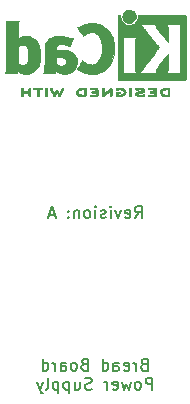
<source format=gbr>
%TF.GenerationSoftware,KiCad,Pcbnew,7.0.7*%
%TF.CreationDate,2023-12-09T08:29:27-03:00*%
%TF.ProjectId,bread_board_power_supply,62726561-645f-4626-9f61-72645f706f77,A*%
%TF.SameCoordinates,Original*%
%TF.FileFunction,Legend,Bot*%
%TF.FilePolarity,Positive*%
%FSLAX46Y46*%
G04 Gerber Fmt 4.6, Leading zero omitted, Abs format (unit mm)*
G04 Created by KiCad (PCBNEW 7.0.7) date 2023-12-09 08:29:27*
%MOMM*%
%LPD*%
G01*
G04 APERTURE LIST*
%ADD10C,0.150000*%
%ADD11C,0.010000*%
G04 APERTURE END LIST*
D10*
X141152048Y-109927809D02*
X141009191Y-109975428D01*
X141009191Y-109975428D02*
X140961572Y-110023047D01*
X140961572Y-110023047D02*
X140913953Y-110118285D01*
X140913953Y-110118285D02*
X140913953Y-110261142D01*
X140913953Y-110261142D02*
X140961572Y-110356380D01*
X140961572Y-110356380D02*
X141009191Y-110404000D01*
X141009191Y-110404000D02*
X141104429Y-110451619D01*
X141104429Y-110451619D02*
X141485381Y-110451619D01*
X141485381Y-110451619D02*
X141485381Y-109451619D01*
X141485381Y-109451619D02*
X141152048Y-109451619D01*
X141152048Y-109451619D02*
X141056810Y-109499238D01*
X141056810Y-109499238D02*
X141009191Y-109546857D01*
X141009191Y-109546857D02*
X140961572Y-109642095D01*
X140961572Y-109642095D02*
X140961572Y-109737333D01*
X140961572Y-109737333D02*
X141009191Y-109832571D01*
X141009191Y-109832571D02*
X141056810Y-109880190D01*
X141056810Y-109880190D02*
X141152048Y-109927809D01*
X141152048Y-109927809D02*
X141485381Y-109927809D01*
X140485381Y-110451619D02*
X140485381Y-109784952D01*
X140485381Y-109975428D02*
X140437762Y-109880190D01*
X140437762Y-109880190D02*
X140390143Y-109832571D01*
X140390143Y-109832571D02*
X140294905Y-109784952D01*
X140294905Y-109784952D02*
X140199667Y-109784952D01*
X139485381Y-110404000D02*
X139580619Y-110451619D01*
X139580619Y-110451619D02*
X139771095Y-110451619D01*
X139771095Y-110451619D02*
X139866333Y-110404000D01*
X139866333Y-110404000D02*
X139913952Y-110308761D01*
X139913952Y-110308761D02*
X139913952Y-109927809D01*
X139913952Y-109927809D02*
X139866333Y-109832571D01*
X139866333Y-109832571D02*
X139771095Y-109784952D01*
X139771095Y-109784952D02*
X139580619Y-109784952D01*
X139580619Y-109784952D02*
X139485381Y-109832571D01*
X139485381Y-109832571D02*
X139437762Y-109927809D01*
X139437762Y-109927809D02*
X139437762Y-110023047D01*
X139437762Y-110023047D02*
X139913952Y-110118285D01*
X138580619Y-110451619D02*
X138580619Y-109927809D01*
X138580619Y-109927809D02*
X138628238Y-109832571D01*
X138628238Y-109832571D02*
X138723476Y-109784952D01*
X138723476Y-109784952D02*
X138913952Y-109784952D01*
X138913952Y-109784952D02*
X139009190Y-109832571D01*
X138580619Y-110404000D02*
X138675857Y-110451619D01*
X138675857Y-110451619D02*
X138913952Y-110451619D01*
X138913952Y-110451619D02*
X139009190Y-110404000D01*
X139009190Y-110404000D02*
X139056809Y-110308761D01*
X139056809Y-110308761D02*
X139056809Y-110213523D01*
X139056809Y-110213523D02*
X139009190Y-110118285D01*
X139009190Y-110118285D02*
X138913952Y-110070666D01*
X138913952Y-110070666D02*
X138675857Y-110070666D01*
X138675857Y-110070666D02*
X138580619Y-110023047D01*
X137675857Y-110451619D02*
X137675857Y-109451619D01*
X137675857Y-110404000D02*
X137771095Y-110451619D01*
X137771095Y-110451619D02*
X137961571Y-110451619D01*
X137961571Y-110451619D02*
X138056809Y-110404000D01*
X138056809Y-110404000D02*
X138104428Y-110356380D01*
X138104428Y-110356380D02*
X138152047Y-110261142D01*
X138152047Y-110261142D02*
X138152047Y-109975428D01*
X138152047Y-109975428D02*
X138104428Y-109880190D01*
X138104428Y-109880190D02*
X138056809Y-109832571D01*
X138056809Y-109832571D02*
X137961571Y-109784952D01*
X137961571Y-109784952D02*
X137771095Y-109784952D01*
X137771095Y-109784952D02*
X137675857Y-109832571D01*
X136104428Y-109927809D02*
X135961571Y-109975428D01*
X135961571Y-109975428D02*
X135913952Y-110023047D01*
X135913952Y-110023047D02*
X135866333Y-110118285D01*
X135866333Y-110118285D02*
X135866333Y-110261142D01*
X135866333Y-110261142D02*
X135913952Y-110356380D01*
X135913952Y-110356380D02*
X135961571Y-110404000D01*
X135961571Y-110404000D02*
X136056809Y-110451619D01*
X136056809Y-110451619D02*
X136437761Y-110451619D01*
X136437761Y-110451619D02*
X136437761Y-109451619D01*
X136437761Y-109451619D02*
X136104428Y-109451619D01*
X136104428Y-109451619D02*
X136009190Y-109499238D01*
X136009190Y-109499238D02*
X135961571Y-109546857D01*
X135961571Y-109546857D02*
X135913952Y-109642095D01*
X135913952Y-109642095D02*
X135913952Y-109737333D01*
X135913952Y-109737333D02*
X135961571Y-109832571D01*
X135961571Y-109832571D02*
X136009190Y-109880190D01*
X136009190Y-109880190D02*
X136104428Y-109927809D01*
X136104428Y-109927809D02*
X136437761Y-109927809D01*
X135294904Y-110451619D02*
X135390142Y-110404000D01*
X135390142Y-110404000D02*
X135437761Y-110356380D01*
X135437761Y-110356380D02*
X135485380Y-110261142D01*
X135485380Y-110261142D02*
X135485380Y-109975428D01*
X135485380Y-109975428D02*
X135437761Y-109880190D01*
X135437761Y-109880190D02*
X135390142Y-109832571D01*
X135390142Y-109832571D02*
X135294904Y-109784952D01*
X135294904Y-109784952D02*
X135152047Y-109784952D01*
X135152047Y-109784952D02*
X135056809Y-109832571D01*
X135056809Y-109832571D02*
X135009190Y-109880190D01*
X135009190Y-109880190D02*
X134961571Y-109975428D01*
X134961571Y-109975428D02*
X134961571Y-110261142D01*
X134961571Y-110261142D02*
X135009190Y-110356380D01*
X135009190Y-110356380D02*
X135056809Y-110404000D01*
X135056809Y-110404000D02*
X135152047Y-110451619D01*
X135152047Y-110451619D02*
X135294904Y-110451619D01*
X134104428Y-110451619D02*
X134104428Y-109927809D01*
X134104428Y-109927809D02*
X134152047Y-109832571D01*
X134152047Y-109832571D02*
X134247285Y-109784952D01*
X134247285Y-109784952D02*
X134437761Y-109784952D01*
X134437761Y-109784952D02*
X134532999Y-109832571D01*
X134104428Y-110404000D02*
X134199666Y-110451619D01*
X134199666Y-110451619D02*
X134437761Y-110451619D01*
X134437761Y-110451619D02*
X134532999Y-110404000D01*
X134532999Y-110404000D02*
X134580618Y-110308761D01*
X134580618Y-110308761D02*
X134580618Y-110213523D01*
X134580618Y-110213523D02*
X134532999Y-110118285D01*
X134532999Y-110118285D02*
X134437761Y-110070666D01*
X134437761Y-110070666D02*
X134199666Y-110070666D01*
X134199666Y-110070666D02*
X134104428Y-110023047D01*
X133628237Y-110451619D02*
X133628237Y-109784952D01*
X133628237Y-109975428D02*
X133580618Y-109880190D01*
X133580618Y-109880190D02*
X133532999Y-109832571D01*
X133532999Y-109832571D02*
X133437761Y-109784952D01*
X133437761Y-109784952D02*
X133342523Y-109784952D01*
X132580618Y-110451619D02*
X132580618Y-109451619D01*
X132580618Y-110404000D02*
X132675856Y-110451619D01*
X132675856Y-110451619D02*
X132866332Y-110451619D01*
X132866332Y-110451619D02*
X132961570Y-110404000D01*
X132961570Y-110404000D02*
X133009189Y-110356380D01*
X133009189Y-110356380D02*
X133056808Y-110261142D01*
X133056808Y-110261142D02*
X133056808Y-109975428D01*
X133056808Y-109975428D02*
X133009189Y-109880190D01*
X133009189Y-109880190D02*
X132961570Y-109832571D01*
X132961570Y-109832571D02*
X132866332Y-109784952D01*
X132866332Y-109784952D02*
X132675856Y-109784952D01*
X132675856Y-109784952D02*
X132580618Y-109832571D01*
X141866333Y-112061619D02*
X141866333Y-111061619D01*
X141866333Y-111061619D02*
X141485381Y-111061619D01*
X141485381Y-111061619D02*
X141390143Y-111109238D01*
X141390143Y-111109238D02*
X141342524Y-111156857D01*
X141342524Y-111156857D02*
X141294905Y-111252095D01*
X141294905Y-111252095D02*
X141294905Y-111394952D01*
X141294905Y-111394952D02*
X141342524Y-111490190D01*
X141342524Y-111490190D02*
X141390143Y-111537809D01*
X141390143Y-111537809D02*
X141485381Y-111585428D01*
X141485381Y-111585428D02*
X141866333Y-111585428D01*
X140723476Y-112061619D02*
X140818714Y-112014000D01*
X140818714Y-112014000D02*
X140866333Y-111966380D01*
X140866333Y-111966380D02*
X140913952Y-111871142D01*
X140913952Y-111871142D02*
X140913952Y-111585428D01*
X140913952Y-111585428D02*
X140866333Y-111490190D01*
X140866333Y-111490190D02*
X140818714Y-111442571D01*
X140818714Y-111442571D02*
X140723476Y-111394952D01*
X140723476Y-111394952D02*
X140580619Y-111394952D01*
X140580619Y-111394952D02*
X140485381Y-111442571D01*
X140485381Y-111442571D02*
X140437762Y-111490190D01*
X140437762Y-111490190D02*
X140390143Y-111585428D01*
X140390143Y-111585428D02*
X140390143Y-111871142D01*
X140390143Y-111871142D02*
X140437762Y-111966380D01*
X140437762Y-111966380D02*
X140485381Y-112014000D01*
X140485381Y-112014000D02*
X140580619Y-112061619D01*
X140580619Y-112061619D02*
X140723476Y-112061619D01*
X140056809Y-111394952D02*
X139866333Y-112061619D01*
X139866333Y-112061619D02*
X139675857Y-111585428D01*
X139675857Y-111585428D02*
X139485381Y-112061619D01*
X139485381Y-112061619D02*
X139294905Y-111394952D01*
X138533000Y-112014000D02*
X138628238Y-112061619D01*
X138628238Y-112061619D02*
X138818714Y-112061619D01*
X138818714Y-112061619D02*
X138913952Y-112014000D01*
X138913952Y-112014000D02*
X138961571Y-111918761D01*
X138961571Y-111918761D02*
X138961571Y-111537809D01*
X138961571Y-111537809D02*
X138913952Y-111442571D01*
X138913952Y-111442571D02*
X138818714Y-111394952D01*
X138818714Y-111394952D02*
X138628238Y-111394952D01*
X138628238Y-111394952D02*
X138533000Y-111442571D01*
X138533000Y-111442571D02*
X138485381Y-111537809D01*
X138485381Y-111537809D02*
X138485381Y-111633047D01*
X138485381Y-111633047D02*
X138961571Y-111728285D01*
X138056809Y-112061619D02*
X138056809Y-111394952D01*
X138056809Y-111585428D02*
X138009190Y-111490190D01*
X138009190Y-111490190D02*
X137961571Y-111442571D01*
X137961571Y-111442571D02*
X137866333Y-111394952D01*
X137866333Y-111394952D02*
X137771095Y-111394952D01*
X136723475Y-112014000D02*
X136580618Y-112061619D01*
X136580618Y-112061619D02*
X136342523Y-112061619D01*
X136342523Y-112061619D02*
X136247285Y-112014000D01*
X136247285Y-112014000D02*
X136199666Y-111966380D01*
X136199666Y-111966380D02*
X136152047Y-111871142D01*
X136152047Y-111871142D02*
X136152047Y-111775904D01*
X136152047Y-111775904D02*
X136199666Y-111680666D01*
X136199666Y-111680666D02*
X136247285Y-111633047D01*
X136247285Y-111633047D02*
X136342523Y-111585428D01*
X136342523Y-111585428D02*
X136532999Y-111537809D01*
X136532999Y-111537809D02*
X136628237Y-111490190D01*
X136628237Y-111490190D02*
X136675856Y-111442571D01*
X136675856Y-111442571D02*
X136723475Y-111347333D01*
X136723475Y-111347333D02*
X136723475Y-111252095D01*
X136723475Y-111252095D02*
X136675856Y-111156857D01*
X136675856Y-111156857D02*
X136628237Y-111109238D01*
X136628237Y-111109238D02*
X136532999Y-111061619D01*
X136532999Y-111061619D02*
X136294904Y-111061619D01*
X136294904Y-111061619D02*
X136152047Y-111109238D01*
X135294904Y-111394952D02*
X135294904Y-112061619D01*
X135723475Y-111394952D02*
X135723475Y-111918761D01*
X135723475Y-111918761D02*
X135675856Y-112014000D01*
X135675856Y-112014000D02*
X135580618Y-112061619D01*
X135580618Y-112061619D02*
X135437761Y-112061619D01*
X135437761Y-112061619D02*
X135342523Y-112014000D01*
X135342523Y-112014000D02*
X135294904Y-111966380D01*
X134818713Y-111394952D02*
X134818713Y-112394952D01*
X134818713Y-111442571D02*
X134723475Y-111394952D01*
X134723475Y-111394952D02*
X134532999Y-111394952D01*
X134532999Y-111394952D02*
X134437761Y-111442571D01*
X134437761Y-111442571D02*
X134390142Y-111490190D01*
X134390142Y-111490190D02*
X134342523Y-111585428D01*
X134342523Y-111585428D02*
X134342523Y-111871142D01*
X134342523Y-111871142D02*
X134390142Y-111966380D01*
X134390142Y-111966380D02*
X134437761Y-112014000D01*
X134437761Y-112014000D02*
X134532999Y-112061619D01*
X134532999Y-112061619D02*
X134723475Y-112061619D01*
X134723475Y-112061619D02*
X134818713Y-112014000D01*
X133913951Y-111394952D02*
X133913951Y-112394952D01*
X133913951Y-111442571D02*
X133818713Y-111394952D01*
X133818713Y-111394952D02*
X133628237Y-111394952D01*
X133628237Y-111394952D02*
X133532999Y-111442571D01*
X133532999Y-111442571D02*
X133485380Y-111490190D01*
X133485380Y-111490190D02*
X133437761Y-111585428D01*
X133437761Y-111585428D02*
X133437761Y-111871142D01*
X133437761Y-111871142D02*
X133485380Y-111966380D01*
X133485380Y-111966380D02*
X133532999Y-112014000D01*
X133532999Y-112014000D02*
X133628237Y-112061619D01*
X133628237Y-112061619D02*
X133818713Y-112061619D01*
X133818713Y-112061619D02*
X133913951Y-112014000D01*
X132866332Y-112061619D02*
X132961570Y-112014000D01*
X132961570Y-112014000D02*
X133009189Y-111918761D01*
X133009189Y-111918761D02*
X133009189Y-111061619D01*
X132580617Y-111394952D02*
X132342522Y-112061619D01*
X132104427Y-111394952D02*
X132342522Y-112061619D01*
X132342522Y-112061619D02*
X132437760Y-112299714D01*
X132437760Y-112299714D02*
X132485379Y-112347333D01*
X132485379Y-112347333D02*
X132580617Y-112394952D01*
X140392649Y-97532819D02*
X140725982Y-97056628D01*
X140964077Y-97532819D02*
X140964077Y-96532819D01*
X140964077Y-96532819D02*
X140583125Y-96532819D01*
X140583125Y-96532819D02*
X140487887Y-96580438D01*
X140487887Y-96580438D02*
X140440268Y-96628057D01*
X140440268Y-96628057D02*
X140392649Y-96723295D01*
X140392649Y-96723295D02*
X140392649Y-96866152D01*
X140392649Y-96866152D02*
X140440268Y-96961390D01*
X140440268Y-96961390D02*
X140487887Y-97009009D01*
X140487887Y-97009009D02*
X140583125Y-97056628D01*
X140583125Y-97056628D02*
X140964077Y-97056628D01*
X139583125Y-97485200D02*
X139678363Y-97532819D01*
X139678363Y-97532819D02*
X139868839Y-97532819D01*
X139868839Y-97532819D02*
X139964077Y-97485200D01*
X139964077Y-97485200D02*
X140011696Y-97389961D01*
X140011696Y-97389961D02*
X140011696Y-97009009D01*
X140011696Y-97009009D02*
X139964077Y-96913771D01*
X139964077Y-96913771D02*
X139868839Y-96866152D01*
X139868839Y-96866152D02*
X139678363Y-96866152D01*
X139678363Y-96866152D02*
X139583125Y-96913771D01*
X139583125Y-96913771D02*
X139535506Y-97009009D01*
X139535506Y-97009009D02*
X139535506Y-97104247D01*
X139535506Y-97104247D02*
X140011696Y-97199485D01*
X139202172Y-96866152D02*
X138964077Y-97532819D01*
X138964077Y-97532819D02*
X138725982Y-96866152D01*
X138345029Y-97532819D02*
X138345029Y-96866152D01*
X138345029Y-96532819D02*
X138392648Y-96580438D01*
X138392648Y-96580438D02*
X138345029Y-96628057D01*
X138345029Y-96628057D02*
X138297410Y-96580438D01*
X138297410Y-96580438D02*
X138345029Y-96532819D01*
X138345029Y-96532819D02*
X138345029Y-96628057D01*
X137916458Y-97485200D02*
X137821220Y-97532819D01*
X137821220Y-97532819D02*
X137630744Y-97532819D01*
X137630744Y-97532819D02*
X137535506Y-97485200D01*
X137535506Y-97485200D02*
X137487887Y-97389961D01*
X137487887Y-97389961D02*
X137487887Y-97342342D01*
X137487887Y-97342342D02*
X137535506Y-97247104D01*
X137535506Y-97247104D02*
X137630744Y-97199485D01*
X137630744Y-97199485D02*
X137773601Y-97199485D01*
X137773601Y-97199485D02*
X137868839Y-97151866D01*
X137868839Y-97151866D02*
X137916458Y-97056628D01*
X137916458Y-97056628D02*
X137916458Y-97009009D01*
X137916458Y-97009009D02*
X137868839Y-96913771D01*
X137868839Y-96913771D02*
X137773601Y-96866152D01*
X137773601Y-96866152D02*
X137630744Y-96866152D01*
X137630744Y-96866152D02*
X137535506Y-96913771D01*
X137059315Y-97532819D02*
X137059315Y-96866152D01*
X137059315Y-96532819D02*
X137106934Y-96580438D01*
X137106934Y-96580438D02*
X137059315Y-96628057D01*
X137059315Y-96628057D02*
X137011696Y-96580438D01*
X137011696Y-96580438D02*
X137059315Y-96532819D01*
X137059315Y-96532819D02*
X137059315Y-96628057D01*
X136440268Y-97532819D02*
X136535506Y-97485200D01*
X136535506Y-97485200D02*
X136583125Y-97437580D01*
X136583125Y-97437580D02*
X136630744Y-97342342D01*
X136630744Y-97342342D02*
X136630744Y-97056628D01*
X136630744Y-97056628D02*
X136583125Y-96961390D01*
X136583125Y-96961390D02*
X136535506Y-96913771D01*
X136535506Y-96913771D02*
X136440268Y-96866152D01*
X136440268Y-96866152D02*
X136297411Y-96866152D01*
X136297411Y-96866152D02*
X136202173Y-96913771D01*
X136202173Y-96913771D02*
X136154554Y-96961390D01*
X136154554Y-96961390D02*
X136106935Y-97056628D01*
X136106935Y-97056628D02*
X136106935Y-97342342D01*
X136106935Y-97342342D02*
X136154554Y-97437580D01*
X136154554Y-97437580D02*
X136202173Y-97485200D01*
X136202173Y-97485200D02*
X136297411Y-97532819D01*
X136297411Y-97532819D02*
X136440268Y-97532819D01*
X135678363Y-96866152D02*
X135678363Y-97532819D01*
X135678363Y-96961390D02*
X135630744Y-96913771D01*
X135630744Y-96913771D02*
X135535506Y-96866152D01*
X135535506Y-96866152D02*
X135392649Y-96866152D01*
X135392649Y-96866152D02*
X135297411Y-96913771D01*
X135297411Y-96913771D02*
X135249792Y-97009009D01*
X135249792Y-97009009D02*
X135249792Y-97532819D01*
X134773601Y-97437580D02*
X134725982Y-97485200D01*
X134725982Y-97485200D02*
X134773601Y-97532819D01*
X134773601Y-97532819D02*
X134821220Y-97485200D01*
X134821220Y-97485200D02*
X134773601Y-97437580D01*
X134773601Y-97437580D02*
X134773601Y-97532819D01*
X134773601Y-96913771D02*
X134725982Y-96961390D01*
X134725982Y-96961390D02*
X134773601Y-97009009D01*
X134773601Y-97009009D02*
X134821220Y-96961390D01*
X134821220Y-96961390D02*
X134773601Y-96913771D01*
X134773601Y-96913771D02*
X134773601Y-97009009D01*
X133583125Y-97247104D02*
X133106935Y-97247104D01*
X133678363Y-97532819D02*
X133345030Y-96532819D01*
X133345030Y-96532819D02*
X133011697Y-97532819D01*
%TO.C,TAG1*%
D11*
X132884185Y-86511989D02*
X132909906Y-86527687D01*
X132936557Y-86549267D01*
X132936557Y-87196724D01*
X132909906Y-87218304D01*
X132878546Y-87235779D01*
X132842745Y-87236615D01*
X132811307Y-87216122D01*
X132807431Y-87211456D01*
X132801965Y-87201989D01*
X132797758Y-87188307D01*
X132794646Y-87167788D01*
X132792466Y-87137808D01*
X132791055Y-87095744D01*
X132790250Y-87038972D01*
X132789886Y-86964870D01*
X132789801Y-86870813D01*
X132789801Y-86549267D01*
X132816452Y-86527687D01*
X132840165Y-86512917D01*
X132863179Y-86506107D01*
X132884185Y-86511989D01*
G36*
X132884185Y-86511989D02*
G01*
X132909906Y-86527687D01*
X132936557Y-86549267D01*
X132936557Y-87196724D01*
X132909906Y-87218304D01*
X132878546Y-87235779D01*
X132842745Y-87236615D01*
X132811307Y-87216122D01*
X132807431Y-87211456D01*
X132801965Y-87201989D01*
X132797758Y-87188307D01*
X132794646Y-87167788D01*
X132792466Y-87137808D01*
X132791055Y-87095744D01*
X132790250Y-87038972D01*
X132789886Y-86964870D01*
X132789801Y-86870813D01*
X132789801Y-86549267D01*
X132816452Y-86527687D01*
X132840165Y-86512917D01*
X132863179Y-86506107D01*
X132884185Y-86511989D01*
G37*
X140014916Y-86510503D02*
X140049070Y-86533816D01*
X140076779Y-86561525D01*
X140076779Y-86874577D01*
X140076738Y-86958607D01*
X140076480Y-87032829D01*
X140075809Y-87089581D01*
X140074531Y-87131552D01*
X140072452Y-87161429D01*
X140069378Y-87181901D01*
X140065113Y-87195654D01*
X140059463Y-87205377D01*
X140052234Y-87213757D01*
X140020770Y-87235221D01*
X139985605Y-87236987D01*
X139952601Y-87217307D01*
X139947295Y-87211438D01*
X139941845Y-87202354D01*
X139937679Y-87189013D01*
X139934625Y-87168797D01*
X139932511Y-87139089D01*
X139931165Y-87097272D01*
X139930417Y-87040729D01*
X139930093Y-86966842D01*
X139930024Y-86872996D01*
X139930063Y-86797334D01*
X139930318Y-86719425D01*
X139930962Y-86659415D01*
X139932166Y-86614688D01*
X139934103Y-86582625D01*
X139936943Y-86560611D01*
X139940858Y-86546027D01*
X139946021Y-86536258D01*
X139952601Y-86528685D01*
X139981785Y-86509663D01*
X140014916Y-86510503D01*
G36*
X140014916Y-86510503D02*
G01*
X140049070Y-86533816D01*
X140076779Y-86561525D01*
X140076779Y-86874577D01*
X140076738Y-86958607D01*
X140076480Y-87032829D01*
X140075809Y-87089581D01*
X140074531Y-87131552D01*
X140072452Y-87161429D01*
X140069378Y-87181901D01*
X140065113Y-87195654D01*
X140059463Y-87205377D01*
X140052234Y-87213757D01*
X140020770Y-87235221D01*
X139985605Y-87236987D01*
X139952601Y-87217307D01*
X139947295Y-87211438D01*
X139941845Y-87202354D01*
X139937679Y-87189013D01*
X139934625Y-87168797D01*
X139932511Y-87139089D01*
X139931165Y-87097272D01*
X139930417Y-87040729D01*
X139930093Y-86966842D01*
X139930024Y-86872996D01*
X139930063Y-86797334D01*
X139930318Y-86719425D01*
X139930962Y-86659415D01*
X139932166Y-86614688D01*
X139934103Y-86582625D01*
X139936943Y-86560611D01*
X139940858Y-86546027D01*
X139946021Y-86536258D01*
X139952601Y-86528685D01*
X139981785Y-86509663D01*
X140014916Y-86510503D01*
G37*
X139981499Y-79897429D02*
X140087023Y-79923284D01*
X140187047Y-79969689D01*
X140278421Y-80036651D01*
X140357992Y-80124176D01*
X140422607Y-80232274D01*
X140439930Y-80270354D01*
X140453964Y-80308951D01*
X140461839Y-80347537D01*
X140465290Y-80395263D01*
X140466055Y-80461281D01*
X140465592Y-80516229D01*
X140462806Y-80566728D01*
X140455974Y-80606128D01*
X140443391Y-80643476D01*
X140423351Y-80687821D01*
X140417553Y-80699639D01*
X140349032Y-80807849D01*
X140262852Y-80896881D01*
X140161459Y-80964645D01*
X140047298Y-81009054D01*
X139988721Y-81021446D01*
X139869886Y-81027245D01*
X139754787Y-81008482D01*
X139646799Y-80967080D01*
X139549296Y-80904963D01*
X139465655Y-80824055D01*
X139399250Y-80726280D01*
X139353456Y-80613562D01*
X139336701Y-80521319D01*
X139335192Y-80419525D01*
X139348819Y-80320508D01*
X139376932Y-80234740D01*
X139409417Y-80173421D01*
X139481734Y-80076136D01*
X139567465Y-79999355D01*
X139663460Y-79943086D01*
X139766566Y-79907338D01*
X139873629Y-79892116D01*
X139981499Y-79897429D01*
G36*
X139981499Y-79897429D02*
G01*
X140087023Y-79923284D01*
X140187047Y-79969689D01*
X140278421Y-80036651D01*
X140357992Y-80124176D01*
X140422607Y-80232274D01*
X140439930Y-80270354D01*
X140453964Y-80308951D01*
X140461839Y-80347537D01*
X140465290Y-80395263D01*
X140466055Y-80461281D01*
X140465592Y-80516229D01*
X140462806Y-80566728D01*
X140455974Y-80606128D01*
X140443391Y-80643476D01*
X140423351Y-80687821D01*
X140417553Y-80699639D01*
X140349032Y-80807849D01*
X140262852Y-80896881D01*
X140161459Y-80964645D01*
X140047298Y-81009054D01*
X139988721Y-81021446D01*
X139869886Y-81027245D01*
X139754787Y-81008482D01*
X139646799Y-80967080D01*
X139549296Y-80904963D01*
X139465655Y-80824055D01*
X139399250Y-80726280D01*
X139353456Y-80613562D01*
X139336701Y-80521319D01*
X139335192Y-80419525D01*
X139348819Y-80320508D01*
X139376932Y-80234740D01*
X139409417Y-80173421D01*
X139481734Y-80076136D01*
X139567465Y-79999355D01*
X139663460Y-79943086D01*
X139766566Y-79907338D01*
X139873629Y-79892116D01*
X139981499Y-79897429D01*
G37*
X132184546Y-86506108D02*
X132278669Y-86506198D01*
X132353184Y-86506538D01*
X132410590Y-86507279D01*
X132453390Y-86508575D01*
X132484083Y-86510577D01*
X132505170Y-86513436D01*
X132519152Y-86517306D01*
X132528529Y-86522338D01*
X132535801Y-86528685D01*
X132554607Y-86561402D01*
X132556054Y-86598979D01*
X132539696Y-86632218D01*
X132538336Y-86633671D01*
X132527133Y-86642032D01*
X132510031Y-86647587D01*
X132482861Y-86650880D01*
X132441457Y-86652458D01*
X132381652Y-86652862D01*
X132242290Y-86652862D01*
X132242290Y-86916629D01*
X132242215Y-86992457D01*
X132241807Y-87059123D01*
X132240825Y-87108907D01*
X132239029Y-87144824D01*
X132236178Y-87169890D01*
X132232032Y-87187121D01*
X132226350Y-87199532D01*
X132218893Y-87210140D01*
X132216603Y-87212946D01*
X132185425Y-87235588D01*
X132151045Y-87237152D01*
X132118113Y-87217307D01*
X132111134Y-87209231D01*
X132105662Y-87198633D01*
X132101642Y-87182789D01*
X132098851Y-87158813D01*
X132097067Y-87123814D01*
X132096068Y-87074904D01*
X132095631Y-87009194D01*
X132095535Y-86923796D01*
X132095535Y-86652862D01*
X131949599Y-86652862D01*
X131938499Y-86652861D01*
X131881981Y-86652636D01*
X131843137Y-86651497D01*
X131817744Y-86648697D01*
X131801583Y-86643490D01*
X131790431Y-86635129D01*
X131780068Y-86622866D01*
X131764220Y-86592178D01*
X131767322Y-86558398D01*
X131792966Y-86525862D01*
X131797908Y-86522145D01*
X131808117Y-86517309D01*
X131823543Y-86513546D01*
X131846665Y-86510723D01*
X131879962Y-86508710D01*
X131925916Y-86507373D01*
X131987007Y-86506582D01*
X132065714Y-86506203D01*
X132164519Y-86506107D01*
X132184546Y-86506108D01*
G36*
X132184546Y-86506108D02*
G01*
X132278669Y-86506198D01*
X132353184Y-86506538D01*
X132410590Y-86507279D01*
X132453390Y-86508575D01*
X132484083Y-86510577D01*
X132505170Y-86513436D01*
X132519152Y-86517306D01*
X132528529Y-86522338D01*
X132535801Y-86528685D01*
X132554607Y-86561402D01*
X132556054Y-86598979D01*
X132539696Y-86632218D01*
X132538336Y-86633671D01*
X132527133Y-86642032D01*
X132510031Y-86647587D01*
X132482861Y-86650880D01*
X132441457Y-86652458D01*
X132381652Y-86652862D01*
X132242290Y-86652862D01*
X132242290Y-86916629D01*
X132242215Y-86992457D01*
X132241807Y-87059123D01*
X132240825Y-87108907D01*
X132239029Y-87144824D01*
X132236178Y-87169890D01*
X132232032Y-87187121D01*
X132226350Y-87199532D01*
X132218893Y-87210140D01*
X132216603Y-87212946D01*
X132185425Y-87235588D01*
X132151045Y-87237152D01*
X132118113Y-87217307D01*
X132111134Y-87209231D01*
X132105662Y-87198633D01*
X132101642Y-87182789D01*
X132098851Y-87158813D01*
X132097067Y-87123814D01*
X132096068Y-87074904D01*
X132095631Y-87009194D01*
X132095535Y-86923796D01*
X132095535Y-86652862D01*
X131949599Y-86652862D01*
X131938499Y-86652861D01*
X131881981Y-86652636D01*
X131843137Y-86651497D01*
X131817744Y-86648697D01*
X131801583Y-86643490D01*
X131790431Y-86635129D01*
X131780068Y-86622866D01*
X131764220Y-86592178D01*
X131767322Y-86558398D01*
X131792966Y-86525862D01*
X131797908Y-86522145D01*
X131808117Y-86517309D01*
X131823543Y-86513546D01*
X131846665Y-86510723D01*
X131879962Y-86508710D01*
X131925916Y-86507373D01*
X131987007Y-86506582D01*
X132065714Y-86506203D01*
X132164519Y-86506107D01*
X132184546Y-86506108D01*
G37*
X131508513Y-86528685D02*
X131514145Y-86534875D01*
X131519235Y-86543081D01*
X131523322Y-86554857D01*
X131526500Y-86572316D01*
X131528866Y-86597570D01*
X131530517Y-86632730D01*
X131531548Y-86679909D01*
X131532056Y-86741217D01*
X131532138Y-86818767D01*
X131531888Y-86914671D01*
X131531404Y-87031040D01*
X131531336Y-87045215D01*
X131530750Y-87106977D01*
X131529427Y-87150660D01*
X131526882Y-87180041D01*
X131522627Y-87198895D01*
X131516175Y-87210999D01*
X131507041Y-87220129D01*
X131473583Y-87237546D01*
X131438635Y-87234644D01*
X131407732Y-87210140D01*
X131398723Y-87196937D01*
X131391271Y-87178401D01*
X131386903Y-87152373D01*
X131384848Y-87113827D01*
X131384335Y-87057740D01*
X131384335Y-86935085D01*
X130887624Y-86935085D01*
X130887624Y-87069911D01*
X130887551Y-87105702D01*
X130886788Y-87152032D01*
X130884612Y-87182566D01*
X130880315Y-87201597D01*
X130873191Y-87213414D01*
X130862534Y-87222311D01*
X130830283Y-87237381D01*
X130794996Y-87234713D01*
X130764265Y-87210140D01*
X130759610Y-87203885D01*
X130753674Y-87193361D01*
X130749143Y-87179431D01*
X130745827Y-87159357D01*
X130743538Y-87130400D01*
X130742087Y-87089820D01*
X130741284Y-87034880D01*
X130740941Y-86962839D01*
X130740868Y-86870960D01*
X130740868Y-86561525D01*
X130768577Y-86533816D01*
X130799956Y-86511573D01*
X130833185Y-86508884D01*
X130865046Y-86528685D01*
X130873332Y-86538455D01*
X130880744Y-86554347D01*
X130885081Y-86578315D01*
X130887117Y-86615188D01*
X130887624Y-86669796D01*
X130887624Y-86788329D01*
X131384335Y-86788329D01*
X131384335Y-86672816D01*
X131384773Y-86621118D01*
X131386737Y-86586594D01*
X131391253Y-86564018D01*
X131399346Y-86548166D01*
X131412044Y-86533816D01*
X131443422Y-86511573D01*
X131476651Y-86508884D01*
X131508513Y-86528685D01*
G36*
X131508513Y-86528685D02*
G01*
X131514145Y-86534875D01*
X131519235Y-86543081D01*
X131523322Y-86554857D01*
X131526500Y-86572316D01*
X131528866Y-86597570D01*
X131530517Y-86632730D01*
X131531548Y-86679909D01*
X131532056Y-86741217D01*
X131532138Y-86818767D01*
X131531888Y-86914671D01*
X131531404Y-87031040D01*
X131531336Y-87045215D01*
X131530750Y-87106977D01*
X131529427Y-87150660D01*
X131526882Y-87180041D01*
X131522627Y-87198895D01*
X131516175Y-87210999D01*
X131507041Y-87220129D01*
X131473583Y-87237546D01*
X131438635Y-87234644D01*
X131407732Y-87210140D01*
X131398723Y-87196937D01*
X131391271Y-87178401D01*
X131386903Y-87152373D01*
X131384848Y-87113827D01*
X131384335Y-87057740D01*
X131384335Y-86935085D01*
X130887624Y-86935085D01*
X130887624Y-87069911D01*
X130887551Y-87105702D01*
X130886788Y-87152032D01*
X130884612Y-87182566D01*
X130880315Y-87201597D01*
X130873191Y-87213414D01*
X130862534Y-87222311D01*
X130830283Y-87237381D01*
X130794996Y-87234713D01*
X130764265Y-87210140D01*
X130759610Y-87203885D01*
X130753674Y-87193361D01*
X130749143Y-87179431D01*
X130745827Y-87159357D01*
X130743538Y-87130400D01*
X130742087Y-87089820D01*
X130741284Y-87034880D01*
X130740941Y-86962839D01*
X130740868Y-86870960D01*
X130740868Y-86561525D01*
X130768577Y-86533816D01*
X130799956Y-86511573D01*
X130833185Y-86508884D01*
X130865046Y-86528685D01*
X130873332Y-86538455D01*
X130880744Y-86554347D01*
X130885081Y-86578315D01*
X130887117Y-86615188D01*
X130887624Y-86669796D01*
X130887624Y-86788329D01*
X131384335Y-86788329D01*
X131384335Y-86672816D01*
X131384773Y-86621118D01*
X131386737Y-86586594D01*
X131391253Y-86564018D01*
X131399346Y-86548166D01*
X131412044Y-86533816D01*
X131443422Y-86511573D01*
X131476651Y-86508884D01*
X131508513Y-86528685D01*
G37*
X136213912Y-87117436D02*
X136211942Y-87150215D01*
X136209014Y-87173135D01*
X136204937Y-87188937D01*
X136199522Y-87200359D01*
X136192582Y-87210140D01*
X136169185Y-87239885D01*
X136003493Y-87239291D01*
X135968697Y-87238993D01*
X135870214Y-87235562D01*
X135789252Y-87227879D01*
X135722158Y-87215322D01*
X135665275Y-87197267D01*
X135614948Y-87173092D01*
X135611589Y-87171175D01*
X135553777Y-87134457D01*
X135511423Y-87097491D01*
X135478607Y-87054006D01*
X135449407Y-86997729D01*
X135445125Y-86988113D01*
X135422548Y-86924927D01*
X135416813Y-86879373D01*
X135566058Y-86879373D01*
X135571671Y-86904101D01*
X135577397Y-86919979D01*
X135610327Y-86979887D01*
X135657665Y-87025640D01*
X135721431Y-87058776D01*
X135803640Y-87080830D01*
X135806434Y-87081332D01*
X135852719Y-87087295D01*
X135909115Y-87091523D01*
X135964053Y-87093129D01*
X136057935Y-87093129D01*
X136057935Y-86652862D01*
X135970446Y-86653310D01*
X135903526Y-86655786D01*
X135811128Y-86667038D01*
X135731813Y-86686577D01*
X135669839Y-86713551D01*
X135638899Y-86734280D01*
X135610779Y-86764046D01*
X135587439Y-86806474D01*
X135580312Y-86822440D01*
X135568488Y-86854942D01*
X135566058Y-86879373D01*
X135416813Y-86879373D01*
X135415576Y-86869549D01*
X135424178Y-86814523D01*
X135448320Y-86752391D01*
X135449116Y-86750698D01*
X135489567Y-86681276D01*
X135540252Y-86624678D01*
X135602977Y-86580110D01*
X135679553Y-86546781D01*
X135771788Y-86523901D01*
X135881491Y-86510676D01*
X136010470Y-86506315D01*
X136014042Y-86506310D01*
X136074062Y-86506450D01*
X136115993Y-86507486D01*
X136144107Y-86510080D01*
X136162676Y-86514893D01*
X136175973Y-86522584D01*
X136188270Y-86533816D01*
X136215979Y-86561525D01*
X136215979Y-86870960D01*
X136215954Y-86932566D01*
X136215729Y-87011351D01*
X136215111Y-87072061D01*
X136214554Y-87093129D01*
X136213912Y-87117436D01*
G36*
X136213912Y-87117436D02*
G01*
X136211942Y-87150215D01*
X136209014Y-87173135D01*
X136204937Y-87188937D01*
X136199522Y-87200359D01*
X136192582Y-87210140D01*
X136169185Y-87239885D01*
X136003493Y-87239291D01*
X135968697Y-87238993D01*
X135870214Y-87235562D01*
X135789252Y-87227879D01*
X135722158Y-87215322D01*
X135665275Y-87197267D01*
X135614948Y-87173092D01*
X135611589Y-87171175D01*
X135553777Y-87134457D01*
X135511423Y-87097491D01*
X135478607Y-87054006D01*
X135449407Y-86997729D01*
X135445125Y-86988113D01*
X135422548Y-86924927D01*
X135416813Y-86879373D01*
X135566058Y-86879373D01*
X135571671Y-86904101D01*
X135577397Y-86919979D01*
X135610327Y-86979887D01*
X135657665Y-87025640D01*
X135721431Y-87058776D01*
X135803640Y-87080830D01*
X135806434Y-87081332D01*
X135852719Y-87087295D01*
X135909115Y-87091523D01*
X135964053Y-87093129D01*
X136057935Y-87093129D01*
X136057935Y-86652862D01*
X135970446Y-86653310D01*
X135903526Y-86655786D01*
X135811128Y-86667038D01*
X135731813Y-86686577D01*
X135669839Y-86713551D01*
X135638899Y-86734280D01*
X135610779Y-86764046D01*
X135587439Y-86806474D01*
X135580312Y-86822440D01*
X135568488Y-86854942D01*
X135566058Y-86879373D01*
X135416813Y-86879373D01*
X135415576Y-86869549D01*
X135424178Y-86814523D01*
X135448320Y-86752391D01*
X135449116Y-86750698D01*
X135489567Y-86681276D01*
X135540252Y-86624678D01*
X135602977Y-86580110D01*
X135679553Y-86546781D01*
X135771788Y-86523901D01*
X135881491Y-86510676D01*
X136010470Y-86506315D01*
X136014042Y-86506310D01*
X136074062Y-86506450D01*
X136115993Y-86507486D01*
X136144107Y-86510080D01*
X136162676Y-86514893D01*
X136175973Y-86522584D01*
X136188270Y-86533816D01*
X136215979Y-86561525D01*
X136215979Y-86870960D01*
X136215954Y-86932566D01*
X136215729Y-87011351D01*
X136215111Y-87072061D01*
X136214554Y-87093129D01*
X136213912Y-87117436D01*
G37*
X143305596Y-86691467D02*
X143305649Y-86772081D01*
X143305401Y-86872996D01*
X143305362Y-86948657D01*
X143305107Y-87026566D01*
X143304463Y-87086576D01*
X143303259Y-87131304D01*
X143301322Y-87163366D01*
X143298482Y-87185380D01*
X143294567Y-87199964D01*
X143289405Y-87209734D01*
X143282824Y-87217307D01*
X143275856Y-87223541D01*
X143262858Y-87230841D01*
X143243710Y-87235594D01*
X143214307Y-87238332D01*
X143170541Y-87239585D01*
X143108307Y-87239885D01*
X143059361Y-87239509D01*
X142952501Y-87235081D01*
X142863273Y-87224993D01*
X142788475Y-87208405D01*
X142724904Y-87184475D01*
X142669358Y-87152361D01*
X142618633Y-87111222D01*
X142612645Y-87105370D01*
X142575778Y-87056861D01*
X142544678Y-86996053D01*
X142523196Y-86931809D01*
X142517915Y-86893066D01*
X142665132Y-86893066D01*
X142683414Y-86944001D01*
X142713084Y-86989918D01*
X142759781Y-87032327D01*
X142821171Y-87062130D01*
X142900317Y-87081266D01*
X142901807Y-87081504D01*
X142950778Y-87087296D01*
X143009472Y-87091436D01*
X143065513Y-87093044D01*
X143158646Y-87093129D01*
X143158646Y-86652862D01*
X143082446Y-86652848D01*
X143079418Y-86652857D01*
X143028298Y-86654822D01*
X142968195Y-86659547D01*
X142911487Y-86666075D01*
X142861529Y-86675371D01*
X142786777Y-86701640D01*
X142729268Y-86740939D01*
X142687767Y-86793973D01*
X142666550Y-86845240D01*
X142665132Y-86893066D01*
X142517915Y-86893066D01*
X142515179Y-86872996D01*
X142516458Y-86851779D01*
X142528770Y-86794363D01*
X142551299Y-86734453D01*
X142580529Y-86680403D01*
X142612946Y-86640572D01*
X142632487Y-86623550D01*
X142687199Y-86584362D01*
X142747502Y-86554233D01*
X142816698Y-86532272D01*
X142898090Y-86517590D01*
X142994979Y-86509299D01*
X143110668Y-86506507D01*
X143150150Y-86506106D01*
X143195861Y-86505693D01*
X143231662Y-86507497D01*
X143258753Y-86513779D01*
X143278335Y-86526799D01*
X143291609Y-86548818D01*
X143299777Y-86582095D01*
X143304039Y-86628891D01*
X143304636Y-86652862D01*
X143305596Y-86691467D01*
G36*
X143305596Y-86691467D02*
G01*
X143305649Y-86772081D01*
X143305401Y-86872996D01*
X143305362Y-86948657D01*
X143305107Y-87026566D01*
X143304463Y-87086576D01*
X143303259Y-87131304D01*
X143301322Y-87163366D01*
X143298482Y-87185380D01*
X143294567Y-87199964D01*
X143289405Y-87209734D01*
X143282824Y-87217307D01*
X143275856Y-87223541D01*
X143262858Y-87230841D01*
X143243710Y-87235594D01*
X143214307Y-87238332D01*
X143170541Y-87239585D01*
X143108307Y-87239885D01*
X143059361Y-87239509D01*
X142952501Y-87235081D01*
X142863273Y-87224993D01*
X142788475Y-87208405D01*
X142724904Y-87184475D01*
X142669358Y-87152361D01*
X142618633Y-87111222D01*
X142612645Y-87105370D01*
X142575778Y-87056861D01*
X142544678Y-86996053D01*
X142523196Y-86931809D01*
X142517915Y-86893066D01*
X142665132Y-86893066D01*
X142683414Y-86944001D01*
X142713084Y-86989918D01*
X142759781Y-87032327D01*
X142821171Y-87062130D01*
X142900317Y-87081266D01*
X142901807Y-87081504D01*
X142950778Y-87087296D01*
X143009472Y-87091436D01*
X143065513Y-87093044D01*
X143158646Y-87093129D01*
X143158646Y-86652862D01*
X143082446Y-86652848D01*
X143079418Y-86652857D01*
X143028298Y-86654822D01*
X142968195Y-86659547D01*
X142911487Y-86666075D01*
X142861529Y-86675371D01*
X142786777Y-86701640D01*
X142729268Y-86740939D01*
X142687767Y-86793973D01*
X142666550Y-86845240D01*
X142665132Y-86893066D01*
X142517915Y-86893066D01*
X142515179Y-86872996D01*
X142516458Y-86851779D01*
X142528770Y-86794363D01*
X142551299Y-86734453D01*
X142580529Y-86680403D01*
X142612946Y-86640572D01*
X142632487Y-86623550D01*
X142687199Y-86584362D01*
X142747502Y-86554233D01*
X142816698Y-86532272D01*
X142898090Y-86517590D01*
X142994979Y-86509299D01*
X143110668Y-86506507D01*
X143150150Y-86506106D01*
X143195861Y-86505693D01*
X143231662Y-86507497D01*
X143258753Y-86513779D01*
X143278335Y-86526799D01*
X143291609Y-86548818D01*
X143299777Y-86582095D01*
X143304039Y-86628891D01*
X143304636Y-86652862D01*
X143305596Y-86691467D01*
G37*
X138360672Y-86504932D02*
X138372080Y-86511069D01*
X138382629Y-86521731D01*
X138393915Y-86535851D01*
X138398368Y-86541812D01*
X138404367Y-86552308D01*
X138408946Y-86566133D01*
X138412298Y-86586038D01*
X138414612Y-86614772D01*
X138416080Y-86655085D01*
X138416892Y-86709727D01*
X138417239Y-86781447D01*
X138417313Y-86872996D01*
X138417290Y-86931526D01*
X138417071Y-87010613D01*
X138416462Y-87071556D01*
X138415271Y-87117102D01*
X138413308Y-87150003D01*
X138410382Y-87173008D01*
X138406302Y-87188866D01*
X138400876Y-87200326D01*
X138393915Y-87210140D01*
X138363487Y-87234533D01*
X138328544Y-87237412D01*
X138291563Y-87218322D01*
X138287379Y-87214847D01*
X138279203Y-87206319D01*
X138273143Y-87194768D01*
X138268760Y-87176936D01*
X138265618Y-87149564D01*
X138263281Y-87109394D01*
X138261310Y-87053168D01*
X138259268Y-86977629D01*
X138253624Y-86758498D01*
X137988335Y-86999139D01*
X137914501Y-87065915D01*
X137849321Y-87124031D01*
X137797127Y-87168989D01*
X137756052Y-87201911D01*
X137724234Y-87223919D01*
X137699805Y-87236134D01*
X137680903Y-87239679D01*
X137665662Y-87235676D01*
X137652218Y-87225247D01*
X137638706Y-87209514D01*
X137632461Y-87201031D01*
X137626829Y-87190453D01*
X137622618Y-87176295D01*
X137619666Y-87155843D01*
X137617811Y-87126382D01*
X137616892Y-87085201D01*
X137616747Y-87029584D01*
X137617214Y-86956819D01*
X137618131Y-86864191D01*
X137621446Y-86549239D01*
X137648097Y-86527673D01*
X137674162Y-86511481D01*
X137707020Y-86508710D01*
X137741551Y-86527663D01*
X137745863Y-86531248D01*
X137753995Y-86539777D01*
X137760024Y-86551369D01*
X137764385Y-86569275D01*
X137767513Y-86596746D01*
X137769842Y-86637034D01*
X137771808Y-86693391D01*
X137773846Y-86769069D01*
X137779490Y-86988918D01*
X137960113Y-86825124D01*
X138046851Y-86746491D01*
X138122622Y-86678098D01*
X138184759Y-86622748D01*
X138234857Y-86579378D01*
X138274514Y-86546921D01*
X138305327Y-86524313D01*
X138328893Y-86510488D01*
X138346809Y-86504383D01*
X138360672Y-86504932D01*
G36*
X138360672Y-86504932D02*
G01*
X138372080Y-86511069D01*
X138382629Y-86521731D01*
X138393915Y-86535851D01*
X138398368Y-86541812D01*
X138404367Y-86552308D01*
X138408946Y-86566133D01*
X138412298Y-86586038D01*
X138414612Y-86614772D01*
X138416080Y-86655085D01*
X138416892Y-86709727D01*
X138417239Y-86781447D01*
X138417313Y-86872996D01*
X138417290Y-86931526D01*
X138417071Y-87010613D01*
X138416462Y-87071556D01*
X138415271Y-87117102D01*
X138413308Y-87150003D01*
X138410382Y-87173008D01*
X138406302Y-87188866D01*
X138400876Y-87200326D01*
X138393915Y-87210140D01*
X138363487Y-87234533D01*
X138328544Y-87237412D01*
X138291563Y-87218322D01*
X138287379Y-87214847D01*
X138279203Y-87206319D01*
X138273143Y-87194768D01*
X138268760Y-87176936D01*
X138265618Y-87149564D01*
X138263281Y-87109394D01*
X138261310Y-87053168D01*
X138259268Y-86977629D01*
X138253624Y-86758498D01*
X137988335Y-86999139D01*
X137914501Y-87065915D01*
X137849321Y-87124031D01*
X137797127Y-87168989D01*
X137756052Y-87201911D01*
X137724234Y-87223919D01*
X137699805Y-87236134D01*
X137680903Y-87239679D01*
X137665662Y-87235676D01*
X137652218Y-87225247D01*
X137638706Y-87209514D01*
X137632461Y-87201031D01*
X137626829Y-87190453D01*
X137622618Y-87176295D01*
X137619666Y-87155843D01*
X137617811Y-87126382D01*
X137616892Y-87085201D01*
X137616747Y-87029584D01*
X137617214Y-86956819D01*
X137618131Y-86864191D01*
X137621446Y-86549239D01*
X137648097Y-86527673D01*
X137674162Y-86511481D01*
X137707020Y-86508710D01*
X137741551Y-86527663D01*
X137745863Y-86531248D01*
X137753995Y-86539777D01*
X137760024Y-86551369D01*
X137764385Y-86569275D01*
X137767513Y-86596746D01*
X137769842Y-86637034D01*
X137771808Y-86693391D01*
X137773846Y-86769069D01*
X137779490Y-86988918D01*
X137960113Y-86825124D01*
X138046851Y-86746491D01*
X138122622Y-86678098D01*
X138184759Y-86622748D01*
X138234857Y-86579378D01*
X138274514Y-86546921D01*
X138305327Y-86524313D01*
X138328893Y-86510488D01*
X138346809Y-86504383D01*
X138360672Y-86504932D01*
G37*
X139157929Y-86511219D02*
X139263936Y-86527534D01*
X139357748Y-86555585D01*
X139436544Y-86594492D01*
X139497498Y-86643374D01*
X139523568Y-86676235D01*
X139553076Y-86725434D01*
X139578347Y-86779292D01*
X139595997Y-86830459D01*
X139602637Y-86871584D01*
X139601077Y-86891299D01*
X139588136Y-86942632D01*
X139564973Y-86999158D01*
X139535081Y-87053075D01*
X139501952Y-87096579D01*
X139491756Y-87106927D01*
X139424671Y-87158702D01*
X139344545Y-87198594D01*
X139258335Y-87222996D01*
X139203371Y-87231108D01*
X139109918Y-87237713D01*
X139020137Y-87235626D01*
X138937648Y-87225380D01*
X138866065Y-87207510D01*
X138809007Y-87182548D01*
X138770090Y-87151028D01*
X138768715Y-87149052D01*
X138761627Y-87123826D01*
X138757388Y-87076575D01*
X138755979Y-87007111D01*
X138756839Y-86944878D01*
X138761559Y-86897496D01*
X138773249Y-86865393D01*
X138795018Y-86845840D01*
X138829977Y-86836110D01*
X138881235Y-86833473D01*
X138951902Y-86835201D01*
X139000522Y-86838213D01*
X139050718Y-86846406D01*
X139083212Y-86860459D01*
X139100671Y-86881694D01*
X139105762Y-86911434D01*
X139105656Y-86915976D01*
X139096954Y-86950770D01*
X139072944Y-86974187D01*
X139031679Y-86987387D01*
X138971210Y-86991529D01*
X138902735Y-86991529D01*
X138902735Y-87029881D01*
X138902785Y-87039016D01*
X138905006Y-87056267D01*
X138914273Y-87066561D01*
X138935654Y-87073499D01*
X138974215Y-87080681D01*
X138979689Y-87081615D01*
X139076639Y-87091518D01*
X139166631Y-87088599D01*
X139247539Y-87073869D01*
X139317238Y-87048339D01*
X139373603Y-87013018D01*
X139414508Y-86968919D01*
X139437830Y-86917052D01*
X139441442Y-86858428D01*
X139435924Y-86829534D01*
X139409240Y-86773644D01*
X139363052Y-86727985D01*
X139298070Y-86693148D01*
X139215008Y-86669730D01*
X139190334Y-86665281D01*
X139101005Y-86654782D01*
X139021198Y-86656011D01*
X138943105Y-86668946D01*
X138907962Y-86675736D01*
X138862524Y-86676753D01*
X138831209Y-86664222D01*
X138811056Y-86637435D01*
X138804672Y-86609188D01*
X138814158Y-86577964D01*
X138823487Y-86564539D01*
X138857722Y-86541007D01*
X138910344Y-86523135D01*
X138978860Y-86511639D01*
X139060779Y-86507232D01*
X139157929Y-86511219D01*
G36*
X139157929Y-86511219D02*
G01*
X139263936Y-86527534D01*
X139357748Y-86555585D01*
X139436544Y-86594492D01*
X139497498Y-86643374D01*
X139523568Y-86676235D01*
X139553076Y-86725434D01*
X139578347Y-86779292D01*
X139595997Y-86830459D01*
X139602637Y-86871584D01*
X139601077Y-86891299D01*
X139588136Y-86942632D01*
X139564973Y-86999158D01*
X139535081Y-87053075D01*
X139501952Y-87096579D01*
X139491756Y-87106927D01*
X139424671Y-87158702D01*
X139344545Y-87198594D01*
X139258335Y-87222996D01*
X139203371Y-87231108D01*
X139109918Y-87237713D01*
X139020137Y-87235626D01*
X138937648Y-87225380D01*
X138866065Y-87207510D01*
X138809007Y-87182548D01*
X138770090Y-87151028D01*
X138768715Y-87149052D01*
X138761627Y-87123826D01*
X138757388Y-87076575D01*
X138755979Y-87007111D01*
X138756839Y-86944878D01*
X138761559Y-86897496D01*
X138773249Y-86865393D01*
X138795018Y-86845840D01*
X138829977Y-86836110D01*
X138881235Y-86833473D01*
X138951902Y-86835201D01*
X139000522Y-86838213D01*
X139050718Y-86846406D01*
X139083212Y-86860459D01*
X139100671Y-86881694D01*
X139105762Y-86911434D01*
X139105656Y-86915976D01*
X139096954Y-86950770D01*
X139072944Y-86974187D01*
X139031679Y-86987387D01*
X138971210Y-86991529D01*
X138902735Y-86991529D01*
X138902735Y-87029881D01*
X138902785Y-87039016D01*
X138905006Y-87056267D01*
X138914273Y-87066561D01*
X138935654Y-87073499D01*
X138974215Y-87080681D01*
X138979689Y-87081615D01*
X139076639Y-87091518D01*
X139166631Y-87088599D01*
X139247539Y-87073869D01*
X139317238Y-87048339D01*
X139373603Y-87013018D01*
X139414508Y-86968919D01*
X139437830Y-86917052D01*
X139441442Y-86858428D01*
X139435924Y-86829534D01*
X139409240Y-86773644D01*
X139363052Y-86727985D01*
X139298070Y-86693148D01*
X139215008Y-86669730D01*
X139190334Y-86665281D01*
X139101005Y-86654782D01*
X139021198Y-86656011D01*
X138943105Y-86668946D01*
X138907962Y-86675736D01*
X138862524Y-86676753D01*
X138831209Y-86664222D01*
X138811056Y-86637435D01*
X138804672Y-86609188D01*
X138814158Y-86577964D01*
X138823487Y-86564539D01*
X138857722Y-86541007D01*
X138910344Y-86523135D01*
X138978860Y-86511639D01*
X139060779Y-86507232D01*
X139157929Y-86511219D01*
G37*
X137208582Y-86535851D02*
X137213531Y-86542535D01*
X137219375Y-86553106D01*
X137223836Y-86567193D01*
X137227100Y-86587518D01*
X137229353Y-86616805D01*
X137230781Y-86657777D01*
X137231571Y-86713157D01*
X137231908Y-86785668D01*
X137231979Y-86878034D01*
X137231950Y-86943951D01*
X137231718Y-87022268D01*
X137231098Y-87082536D01*
X137229905Y-87127433D01*
X137227958Y-87159642D01*
X137225073Y-87181840D01*
X137221067Y-87196709D01*
X137215758Y-87206929D01*
X137208962Y-87215178D01*
X137204447Y-87219835D01*
X137196217Y-87226322D01*
X137184857Y-87231234D01*
X137167589Y-87234789D01*
X137141634Y-87237207D01*
X137104215Y-87238707D01*
X137052552Y-87239507D01*
X136983868Y-87239827D01*
X136895385Y-87239885D01*
X136875710Y-87239878D01*
X136788685Y-87239612D01*
X136721033Y-87238846D01*
X136670078Y-87237432D01*
X136633146Y-87235220D01*
X136607562Y-87232062D01*
X136590650Y-87227809D01*
X136579736Y-87222311D01*
X136569243Y-87212325D01*
X136555982Y-87181208D01*
X136557165Y-87145320D01*
X136573329Y-87113773D01*
X136575518Y-87111497D01*
X136584206Y-87105229D01*
X136597548Y-87100563D01*
X136618531Y-87097267D01*
X136650142Y-87095108D01*
X136695369Y-87093854D01*
X136757199Y-87093271D01*
X136838618Y-87093129D01*
X137085224Y-87093129D01*
X137085224Y-86935085D01*
X136922785Y-86935085D01*
X136887117Y-86935004D01*
X136831347Y-86934207D01*
X136792209Y-86932202D01*
X136765755Y-86928561D01*
X136748038Y-86922852D01*
X136735108Y-86914647D01*
X136731465Y-86911463D01*
X136713057Y-86880488D01*
X136712423Y-86844152D01*
X136729962Y-86810533D01*
X136730024Y-86810464D01*
X136739695Y-86801838D01*
X136752988Y-86795782D01*
X136773696Y-86791851D01*
X136805607Y-86789596D01*
X136852513Y-86788571D01*
X136918203Y-86788329D01*
X137086350Y-86788329D01*
X137082965Y-86723418D01*
X137079579Y-86658507D01*
X136837502Y-86655454D01*
X136812486Y-86655126D01*
X136730866Y-86653646D01*
X136668547Y-86651262D01*
X136622933Y-86647267D01*
X136591431Y-86640953D01*
X136571446Y-86631614D01*
X136560383Y-86618543D01*
X136555648Y-86601032D01*
X136554646Y-86578375D01*
X136554652Y-86576010D01*
X136555806Y-86555979D01*
X136560603Y-86540186D01*
X136571411Y-86528130D01*
X136590596Y-86519307D01*
X136620524Y-86513215D01*
X136663562Y-86509351D01*
X136722078Y-86507214D01*
X136798436Y-86506300D01*
X136895005Y-86506107D01*
X137185185Y-86506107D01*
X137208582Y-86535851D01*
G36*
X137208582Y-86535851D02*
G01*
X137213531Y-86542535D01*
X137219375Y-86553106D01*
X137223836Y-86567193D01*
X137227100Y-86587518D01*
X137229353Y-86616805D01*
X137230781Y-86657777D01*
X137231571Y-86713157D01*
X137231908Y-86785668D01*
X137231979Y-86878034D01*
X137231950Y-86943951D01*
X137231718Y-87022268D01*
X137231098Y-87082536D01*
X137229905Y-87127433D01*
X137227958Y-87159642D01*
X137225073Y-87181840D01*
X137221067Y-87196709D01*
X137215758Y-87206929D01*
X137208962Y-87215178D01*
X137204447Y-87219835D01*
X137196217Y-87226322D01*
X137184857Y-87231234D01*
X137167589Y-87234789D01*
X137141634Y-87237207D01*
X137104215Y-87238707D01*
X137052552Y-87239507D01*
X136983868Y-87239827D01*
X136895385Y-87239885D01*
X136875710Y-87239878D01*
X136788685Y-87239612D01*
X136721033Y-87238846D01*
X136670078Y-87237432D01*
X136633146Y-87235220D01*
X136607562Y-87232062D01*
X136590650Y-87227809D01*
X136579736Y-87222311D01*
X136569243Y-87212325D01*
X136555982Y-87181208D01*
X136557165Y-87145320D01*
X136573329Y-87113773D01*
X136575518Y-87111497D01*
X136584206Y-87105229D01*
X136597548Y-87100563D01*
X136618531Y-87097267D01*
X136650142Y-87095108D01*
X136695369Y-87093854D01*
X136757199Y-87093271D01*
X136838618Y-87093129D01*
X137085224Y-87093129D01*
X137085224Y-86935085D01*
X136922785Y-86935085D01*
X136887117Y-86935004D01*
X136831347Y-86934207D01*
X136792209Y-86932202D01*
X136765755Y-86928561D01*
X136748038Y-86922852D01*
X136735108Y-86914647D01*
X136731465Y-86911463D01*
X136713057Y-86880488D01*
X136712423Y-86844152D01*
X136729962Y-86810533D01*
X136730024Y-86810464D01*
X136739695Y-86801838D01*
X136752988Y-86795782D01*
X136773696Y-86791851D01*
X136805607Y-86789596D01*
X136852513Y-86788571D01*
X136918203Y-86788329D01*
X137086350Y-86788329D01*
X137082965Y-86723418D01*
X137079579Y-86658507D01*
X136837502Y-86655454D01*
X136812486Y-86655126D01*
X136730866Y-86653646D01*
X136668547Y-86651262D01*
X136622933Y-86647267D01*
X136591431Y-86640953D01*
X136571446Y-86631614D01*
X136560383Y-86618543D01*
X136555648Y-86601032D01*
X136554646Y-86578375D01*
X136554652Y-86576010D01*
X136555806Y-86555979D01*
X136560603Y-86540186D01*
X136571411Y-86528130D01*
X136590596Y-86519307D01*
X136620524Y-86513215D01*
X136663562Y-86509351D01*
X136722078Y-86507214D01*
X136798436Y-86506300D01*
X136895005Y-86506107D01*
X137185185Y-86506107D01*
X137208582Y-86535851D01*
G37*
X141885513Y-86506123D02*
X141962610Y-86506315D01*
X142021556Y-86506900D01*
X142065143Y-86508091D01*
X142096162Y-86510104D01*
X142117404Y-86513152D01*
X142131661Y-86517449D01*
X142141724Y-86523212D01*
X142150385Y-86530652D01*
X142152170Y-86532333D01*
X142159414Y-86539872D01*
X142165056Y-86548890D01*
X142169296Y-86562024D01*
X142172335Y-86581912D01*
X142174373Y-86611191D01*
X142175609Y-86652498D01*
X142176244Y-86708471D01*
X142176479Y-86781747D01*
X142176513Y-86874963D01*
X142176476Y-86947753D01*
X142176227Y-87025929D01*
X142175591Y-87086143D01*
X142174394Y-87131022D01*
X142172463Y-87163192D01*
X142169625Y-87185279D01*
X142165706Y-87199910D01*
X142160534Y-87209710D01*
X142153935Y-87217307D01*
X142150601Y-87220484D01*
X142142079Y-87226594D01*
X142130077Y-87231269D01*
X142111866Y-87234699D01*
X142084719Y-87237076D01*
X142045908Y-87238592D01*
X141992703Y-87239438D01*
X141922377Y-87239805D01*
X141832201Y-87239885D01*
X141790093Y-87239873D01*
X141708946Y-87239691D01*
X141646454Y-87239138D01*
X141599888Y-87238022D01*
X141566520Y-87236153D01*
X141543623Y-87233338D01*
X141528467Y-87229386D01*
X141518325Y-87224106D01*
X141510468Y-87217307D01*
X141495742Y-87195707D01*
X141487890Y-87166507D01*
X141493389Y-87142600D01*
X141510468Y-87115707D01*
X141515447Y-87111099D01*
X141525222Y-87104812D01*
X141539338Y-87100186D01*
X141560833Y-87096970D01*
X141592747Y-87094910D01*
X141638121Y-87093752D01*
X141699992Y-87093242D01*
X141781401Y-87093129D01*
X142029757Y-87093129D01*
X142029757Y-86935085D01*
X141868580Y-86935085D01*
X141832762Y-86934939D01*
X141767138Y-86933216D01*
X141719897Y-86928781D01*
X141688162Y-86920677D01*
X141669056Y-86907946D01*
X141659702Y-86889632D01*
X141657224Y-86864778D01*
X141658021Y-86844522D01*
X141663273Y-86822696D01*
X141676067Y-86807344D01*
X141699407Y-86797349D01*
X141736296Y-86791593D01*
X141789738Y-86788959D01*
X141862737Y-86788329D01*
X142030884Y-86788329D01*
X142027498Y-86723418D01*
X142024113Y-86658507D01*
X141776396Y-86655458D01*
X141713805Y-86654579D01*
X141645344Y-86653135D01*
X141594440Y-86651204D01*
X141558187Y-86648554D01*
X141533680Y-86644950D01*
X141518014Y-86640161D01*
X141508285Y-86633953D01*
X141502270Y-86627550D01*
X141489261Y-86595868D01*
X141492822Y-86560182D01*
X141512597Y-86529124D01*
X141515848Y-86526201D01*
X141524828Y-86519850D01*
X141536932Y-86514997D01*
X141554938Y-86511443D01*
X141581626Y-86508986D01*
X141619776Y-86507425D01*
X141672165Y-86506558D01*
X141741573Y-86506186D01*
X141830780Y-86506107D01*
X141885513Y-86506123D01*
G36*
X141885513Y-86506123D02*
G01*
X141962610Y-86506315D01*
X142021556Y-86506900D01*
X142065143Y-86508091D01*
X142096162Y-86510104D01*
X142117404Y-86513152D01*
X142131661Y-86517449D01*
X142141724Y-86523212D01*
X142150385Y-86530652D01*
X142152170Y-86532333D01*
X142159414Y-86539872D01*
X142165056Y-86548890D01*
X142169296Y-86562024D01*
X142172335Y-86581912D01*
X142174373Y-86611191D01*
X142175609Y-86652498D01*
X142176244Y-86708471D01*
X142176479Y-86781747D01*
X142176513Y-86874963D01*
X142176476Y-86947753D01*
X142176227Y-87025929D01*
X142175591Y-87086143D01*
X142174394Y-87131022D01*
X142172463Y-87163192D01*
X142169625Y-87185279D01*
X142165706Y-87199910D01*
X142160534Y-87209710D01*
X142153935Y-87217307D01*
X142150601Y-87220484D01*
X142142079Y-87226594D01*
X142130077Y-87231269D01*
X142111866Y-87234699D01*
X142084719Y-87237076D01*
X142045908Y-87238592D01*
X141992703Y-87239438D01*
X141922377Y-87239805D01*
X141832201Y-87239885D01*
X141790093Y-87239873D01*
X141708946Y-87239691D01*
X141646454Y-87239138D01*
X141599888Y-87238022D01*
X141566520Y-87236153D01*
X141543623Y-87233338D01*
X141528467Y-87229386D01*
X141518325Y-87224106D01*
X141510468Y-87217307D01*
X141495742Y-87195707D01*
X141487890Y-87166507D01*
X141493389Y-87142600D01*
X141510468Y-87115707D01*
X141515447Y-87111099D01*
X141525222Y-87104812D01*
X141539338Y-87100186D01*
X141560833Y-87096970D01*
X141592747Y-87094910D01*
X141638121Y-87093752D01*
X141699992Y-87093242D01*
X141781401Y-87093129D01*
X142029757Y-87093129D01*
X142029757Y-86935085D01*
X141868580Y-86935085D01*
X141832762Y-86934939D01*
X141767138Y-86933216D01*
X141719897Y-86928781D01*
X141688162Y-86920677D01*
X141669056Y-86907946D01*
X141659702Y-86889632D01*
X141657224Y-86864778D01*
X141658021Y-86844522D01*
X141663273Y-86822696D01*
X141676067Y-86807344D01*
X141699407Y-86797349D01*
X141736296Y-86791593D01*
X141789738Y-86788959D01*
X141862737Y-86788329D01*
X142030884Y-86788329D01*
X142027498Y-86723418D01*
X142024113Y-86658507D01*
X141776396Y-86655458D01*
X141713805Y-86654579D01*
X141645344Y-86653135D01*
X141594440Y-86651204D01*
X141558187Y-86648554D01*
X141533680Y-86644950D01*
X141518014Y-86640161D01*
X141508285Y-86633953D01*
X141502270Y-86627550D01*
X141489261Y-86595868D01*
X141492822Y-86560182D01*
X141512597Y-86529124D01*
X141515848Y-86526201D01*
X141524828Y-86519850D01*
X141536932Y-86514997D01*
X141554938Y-86511443D01*
X141581626Y-86508986D01*
X141619776Y-86507425D01*
X141672165Y-86506558D01*
X141741573Y-86506186D01*
X141830780Y-86506107D01*
X141885513Y-86506123D01*
G37*
X133318481Y-86515518D02*
X133336442Y-86534029D01*
X133357042Y-86565111D01*
X133381874Y-86610796D01*
X133412529Y-86673118D01*
X133450599Y-86754111D01*
X133465233Y-86785494D01*
X133494982Y-86848678D01*
X133521076Y-86903284D01*
X133542071Y-86946330D01*
X133556518Y-86974833D01*
X133562970Y-86985810D01*
X133564329Y-86985229D01*
X133574321Y-86971282D01*
X133591612Y-86941744D01*
X133614209Y-86900127D01*
X133640117Y-86849943D01*
X133656090Y-86818454D01*
X133685040Y-86763101D01*
X133707528Y-86724084D01*
X133725744Y-86698606D01*
X133741875Y-86683871D01*
X133758109Y-86677082D01*
X133776636Y-86675440D01*
X133787139Y-86675915D01*
X133803255Y-86680122D01*
X133818569Y-86690986D01*
X133835167Y-86711259D01*
X133855136Y-86743694D01*
X133880562Y-86791044D01*
X133913531Y-86856062D01*
X133923264Y-86875317D01*
X133947722Y-86921986D01*
X133967957Y-86958149D01*
X133982090Y-86980537D01*
X133988239Y-86985885D01*
X133989606Y-86982613D01*
X133998981Y-86961704D01*
X134015841Y-86924765D01*
X134038758Y-86874914D01*
X134066299Y-86815266D01*
X134097034Y-86748938D01*
X134123749Y-86691717D01*
X134153372Y-86629728D01*
X134176443Y-86583989D01*
X134194422Y-86551948D01*
X134208769Y-86531054D01*
X134220945Y-86518758D01*
X134232411Y-86512506D01*
X134241821Y-86509614D01*
X134266926Y-86509465D01*
X134294069Y-86524808D01*
X134295369Y-86525793D01*
X134317453Y-86548428D01*
X134328502Y-86570653D01*
X134328548Y-86571293D01*
X134324007Y-86588955D01*
X134311143Y-86623521D01*
X134291384Y-86671866D01*
X134266160Y-86730865D01*
X134236898Y-86797395D01*
X134205029Y-86868331D01*
X134171980Y-86940547D01*
X134139180Y-87010920D01*
X134108059Y-87076325D01*
X134080044Y-87133637D01*
X134056565Y-87179732D01*
X134039051Y-87211486D01*
X134028930Y-87225773D01*
X133994522Y-87239142D01*
X133952825Y-87232781D01*
X133947460Y-87228084D01*
X133931631Y-87205933D01*
X133909429Y-87169172D01*
X133883012Y-87121455D01*
X133854539Y-87066433D01*
X133774765Y-86907190D01*
X133701578Y-87053782D01*
X133691882Y-87073072D01*
X133664904Y-87125420D01*
X133640875Y-87170210D01*
X133622111Y-87203194D01*
X133610925Y-87220129D01*
X133609779Y-87221372D01*
X133581658Y-87236659D01*
X133546596Y-87238342D01*
X133515555Y-87225773D01*
X133513129Y-87222924D01*
X133500869Y-87202299D01*
X133481131Y-87164748D01*
X133455227Y-87112920D01*
X133424464Y-87049463D01*
X133390154Y-86977025D01*
X133353604Y-86898256D01*
X133333364Y-86854133D01*
X133296591Y-86773405D01*
X133268134Y-86709727D01*
X133247110Y-86660792D01*
X133232633Y-86624297D01*
X133223818Y-86597935D01*
X133219783Y-86579401D01*
X133219641Y-86566392D01*
X133222509Y-86556601D01*
X133237166Y-86535718D01*
X133263769Y-86515417D01*
X133264524Y-86515075D01*
X133284114Y-86508074D01*
X133301569Y-86507544D01*
X133318481Y-86515518D01*
G36*
X133318481Y-86515518D02*
G01*
X133336442Y-86534029D01*
X133357042Y-86565111D01*
X133381874Y-86610796D01*
X133412529Y-86673118D01*
X133450599Y-86754111D01*
X133465233Y-86785494D01*
X133494982Y-86848678D01*
X133521076Y-86903284D01*
X133542071Y-86946330D01*
X133556518Y-86974833D01*
X133562970Y-86985810D01*
X133564329Y-86985229D01*
X133574321Y-86971282D01*
X133591612Y-86941744D01*
X133614209Y-86900127D01*
X133640117Y-86849943D01*
X133656090Y-86818454D01*
X133685040Y-86763101D01*
X133707528Y-86724084D01*
X133725744Y-86698606D01*
X133741875Y-86683871D01*
X133758109Y-86677082D01*
X133776636Y-86675440D01*
X133787139Y-86675915D01*
X133803255Y-86680122D01*
X133818569Y-86690986D01*
X133835167Y-86711259D01*
X133855136Y-86743694D01*
X133880562Y-86791044D01*
X133913531Y-86856062D01*
X133923264Y-86875317D01*
X133947722Y-86921986D01*
X133967957Y-86958149D01*
X133982090Y-86980537D01*
X133988239Y-86985885D01*
X133989606Y-86982613D01*
X133998981Y-86961704D01*
X134015841Y-86924765D01*
X134038758Y-86874914D01*
X134066299Y-86815266D01*
X134097034Y-86748938D01*
X134123749Y-86691717D01*
X134153372Y-86629728D01*
X134176443Y-86583989D01*
X134194422Y-86551948D01*
X134208769Y-86531054D01*
X134220945Y-86518758D01*
X134232411Y-86512506D01*
X134241821Y-86509614D01*
X134266926Y-86509465D01*
X134294069Y-86524808D01*
X134295369Y-86525793D01*
X134317453Y-86548428D01*
X134328502Y-86570653D01*
X134328548Y-86571293D01*
X134324007Y-86588955D01*
X134311143Y-86623521D01*
X134291384Y-86671866D01*
X134266160Y-86730865D01*
X134236898Y-86797395D01*
X134205029Y-86868331D01*
X134171980Y-86940547D01*
X134139180Y-87010920D01*
X134108059Y-87076325D01*
X134080044Y-87133637D01*
X134056565Y-87179732D01*
X134039051Y-87211486D01*
X134028930Y-87225773D01*
X133994522Y-87239142D01*
X133952825Y-87232781D01*
X133947460Y-87228084D01*
X133931631Y-87205933D01*
X133909429Y-87169172D01*
X133883012Y-87121455D01*
X133854539Y-87066433D01*
X133774765Y-86907190D01*
X133701578Y-87053782D01*
X133691882Y-87073072D01*
X133664904Y-87125420D01*
X133640875Y-87170210D01*
X133622111Y-87203194D01*
X133610925Y-87220129D01*
X133609779Y-87221372D01*
X133581658Y-87236659D01*
X133546596Y-87238342D01*
X133515555Y-87225773D01*
X133513129Y-87222924D01*
X133500869Y-87202299D01*
X133481131Y-87164748D01*
X133455227Y-87112920D01*
X133424464Y-87049463D01*
X133390154Y-86977025D01*
X133353604Y-86898256D01*
X133333364Y-86854133D01*
X133296591Y-86773405D01*
X133268134Y-86709727D01*
X133247110Y-86660792D01*
X133232633Y-86624297D01*
X133223818Y-86597935D01*
X133219783Y-86579401D01*
X133219641Y-86566392D01*
X133222509Y-86556601D01*
X133237166Y-86535718D01*
X133263769Y-86515417D01*
X133264524Y-86515075D01*
X133284114Y-86508074D01*
X133301569Y-86507544D01*
X133318481Y-86515518D01*
G37*
X140869632Y-86506976D02*
X140935879Y-86512406D01*
X140991179Y-86522004D01*
X141042062Y-86536865D01*
X141113374Y-86569998D01*
X141164531Y-86612680D01*
X141195354Y-86664745D01*
X141205668Y-86726023D01*
X141204731Y-86757272D01*
X141198939Y-86782069D01*
X141184132Y-86803739D01*
X141156159Y-86831089D01*
X141148181Y-86838418D01*
X141124471Y-86859321D01*
X141102077Y-86876291D01*
X141078044Y-86890245D01*
X141049416Y-86902096D01*
X141013239Y-86912760D01*
X140966559Y-86923151D01*
X140906420Y-86934186D01*
X140829869Y-86946778D01*
X140733950Y-86961844D01*
X140715587Y-86964878D01*
X140653257Y-86978498D01*
X140608039Y-86994232D01*
X140581755Y-87011303D01*
X140576226Y-87028937D01*
X140578847Y-87033208D01*
X140596779Y-87048273D01*
X140624905Y-87064907D01*
X140637705Y-87070897D01*
X140659003Y-87078090D01*
X140685389Y-87082867D01*
X140721233Y-87085686D01*
X140770907Y-87087004D01*
X140838779Y-87087277D01*
X140856564Y-87087204D01*
X140924185Y-87086093D01*
X140989124Y-87083868D01*
X141044749Y-87080802D01*
X141084430Y-87077167D01*
X141119941Y-87073099D01*
X141149194Y-87072316D01*
X141168094Y-87076916D01*
X141183208Y-87087591D01*
X141186864Y-87091184D01*
X141203206Y-87122958D01*
X141201886Y-87158612D01*
X141182929Y-87189230D01*
X141162559Y-87200836D01*
X141126575Y-87213531D01*
X141084151Y-87223581D01*
X141080701Y-87224180D01*
X141038031Y-87229396D01*
X140980645Y-87233770D01*
X140915628Y-87236858D01*
X140850068Y-87238217D01*
X140833836Y-87238258D01*
X140735523Y-87235781D01*
X140655471Y-87227775D01*
X140590292Y-87213243D01*
X140536596Y-87191189D01*
X140490995Y-87160616D01*
X140450102Y-87120526D01*
X140429981Y-87094299D01*
X140418355Y-87064752D01*
X140415446Y-87025035D01*
X140415587Y-87013066D01*
X140419460Y-86980385D01*
X140431844Y-86953859D01*
X140457009Y-86923011D01*
X140478221Y-86900871D01*
X140504617Y-86878325D01*
X140534334Y-86859957D01*
X140570564Y-86844701D01*
X140616496Y-86831489D01*
X140675323Y-86819254D01*
X140750235Y-86806929D01*
X140844424Y-86793446D01*
X140889736Y-86786436D01*
X140957690Y-86771877D01*
X141006826Y-86755377D01*
X141036393Y-86737479D01*
X141045643Y-86718725D01*
X141033827Y-86699655D01*
X141000195Y-86680811D01*
X140997149Y-86679597D01*
X140950790Y-86667519D01*
X140888140Y-86659319D01*
X140814706Y-86655159D01*
X140735996Y-86655201D01*
X140657518Y-86659609D01*
X140584779Y-86668545D01*
X140580852Y-86669194D01*
X140532036Y-86676901D01*
X140499784Y-86680513D01*
X140478787Y-86679916D01*
X140463733Y-86674994D01*
X140449313Y-86665636D01*
X140448143Y-86664765D01*
X140423626Y-86634391D01*
X140418833Y-86598890D01*
X140434639Y-86564309D01*
X140439185Y-86559853D01*
X140468799Y-86544713D01*
X140515781Y-86531590D01*
X140576085Y-86520790D01*
X140645667Y-86512621D01*
X140720482Y-86507391D01*
X140796485Y-86505407D01*
X140869632Y-86506976D01*
G36*
X140869632Y-86506976D02*
G01*
X140935879Y-86512406D01*
X140991179Y-86522004D01*
X141042062Y-86536865D01*
X141113374Y-86569998D01*
X141164531Y-86612680D01*
X141195354Y-86664745D01*
X141205668Y-86726023D01*
X141204731Y-86757272D01*
X141198939Y-86782069D01*
X141184132Y-86803739D01*
X141156159Y-86831089D01*
X141148181Y-86838418D01*
X141124471Y-86859321D01*
X141102077Y-86876291D01*
X141078044Y-86890245D01*
X141049416Y-86902096D01*
X141013239Y-86912760D01*
X140966559Y-86923151D01*
X140906420Y-86934186D01*
X140829869Y-86946778D01*
X140733950Y-86961844D01*
X140715587Y-86964878D01*
X140653257Y-86978498D01*
X140608039Y-86994232D01*
X140581755Y-87011303D01*
X140576226Y-87028937D01*
X140578847Y-87033208D01*
X140596779Y-87048273D01*
X140624905Y-87064907D01*
X140637705Y-87070897D01*
X140659003Y-87078090D01*
X140685389Y-87082867D01*
X140721233Y-87085686D01*
X140770907Y-87087004D01*
X140838779Y-87087277D01*
X140856564Y-87087204D01*
X140924185Y-87086093D01*
X140989124Y-87083868D01*
X141044749Y-87080802D01*
X141084430Y-87077167D01*
X141119941Y-87073099D01*
X141149194Y-87072316D01*
X141168094Y-87076916D01*
X141183208Y-87087591D01*
X141186864Y-87091184D01*
X141203206Y-87122958D01*
X141201886Y-87158612D01*
X141182929Y-87189230D01*
X141162559Y-87200836D01*
X141126575Y-87213531D01*
X141084151Y-87223581D01*
X141080701Y-87224180D01*
X141038031Y-87229396D01*
X140980645Y-87233770D01*
X140915628Y-87236858D01*
X140850068Y-87238217D01*
X140833836Y-87238258D01*
X140735523Y-87235781D01*
X140655471Y-87227775D01*
X140590292Y-87213243D01*
X140536596Y-87191189D01*
X140490995Y-87160616D01*
X140450102Y-87120526D01*
X140429981Y-87094299D01*
X140418355Y-87064752D01*
X140415446Y-87025035D01*
X140415587Y-87013066D01*
X140419460Y-86980385D01*
X140431844Y-86953859D01*
X140457009Y-86923011D01*
X140478221Y-86900871D01*
X140504617Y-86878325D01*
X140534334Y-86859957D01*
X140570564Y-86844701D01*
X140616496Y-86831489D01*
X140675323Y-86819254D01*
X140750235Y-86806929D01*
X140844424Y-86793446D01*
X140889736Y-86786436D01*
X140957690Y-86771877D01*
X141006826Y-86755377D01*
X141036393Y-86737479D01*
X141045643Y-86718725D01*
X141033827Y-86699655D01*
X141000195Y-86680811D01*
X140997149Y-86679597D01*
X140950790Y-86667519D01*
X140888140Y-86659319D01*
X140814706Y-86655159D01*
X140735996Y-86655201D01*
X140657518Y-86659609D01*
X140584779Y-86668545D01*
X140580852Y-86669194D01*
X140532036Y-86676901D01*
X140499784Y-86680513D01*
X140478787Y-86679916D01*
X140463733Y-86674994D01*
X140449313Y-86665636D01*
X140448143Y-86664765D01*
X140423626Y-86634391D01*
X140418833Y-86598890D01*
X140434639Y-86564309D01*
X140439185Y-86559853D01*
X140468799Y-86544713D01*
X140515781Y-86531590D01*
X140576085Y-86520790D01*
X140645667Y-86512621D01*
X140720482Y-86507391D01*
X140796485Y-86505407D01*
X140869632Y-86506976D01*
G37*
X136869334Y-81028926D02*
X137053835Y-81045863D01*
X137225236Y-81080022D01*
X137389914Y-81132839D01*
X137554243Y-81205753D01*
X137716911Y-81298849D01*
X137891486Y-81425762D01*
X138053375Y-81572498D01*
X138199015Y-81735424D01*
X138324839Y-81910907D01*
X138427284Y-82095316D01*
X138436583Y-82115044D01*
X138514460Y-82305461D01*
X138573635Y-82503325D01*
X138614874Y-82712418D01*
X138638939Y-82936518D01*
X138646598Y-83179407D01*
X138637286Y-83430491D01*
X138607731Y-83677760D01*
X138557474Y-83909231D01*
X138486064Y-84126547D01*
X138393053Y-84331350D01*
X138277991Y-84525281D01*
X138169909Y-84673442D01*
X138020671Y-84840148D01*
X137858008Y-84982937D01*
X137681992Y-85101762D01*
X137492694Y-85196577D01*
X137290184Y-85267335D01*
X137074535Y-85313990D01*
X137072074Y-85314353D01*
X137030545Y-85317997D01*
X136967875Y-85320700D01*
X136889860Y-85322335D01*
X136802295Y-85322778D01*
X136710974Y-85321900D01*
X136646971Y-85320615D01*
X136552010Y-85317638D01*
X136475915Y-85313376D01*
X136413199Y-85307374D01*
X136358372Y-85299177D01*
X136305947Y-85288330D01*
X136246964Y-85274313D01*
X136185427Y-85258351D01*
X136129773Y-85241606D01*
X136074950Y-85222116D01*
X136015909Y-85197921D01*
X135947598Y-85167058D01*
X135864965Y-85127567D01*
X135762960Y-85077487D01*
X135480839Y-84938063D01*
X135706800Y-84566915D01*
X135736383Y-84518338D01*
X135789530Y-84431137D01*
X135837101Y-84353179D01*
X135877355Y-84287306D01*
X135908555Y-84236364D01*
X135928963Y-84203195D01*
X135936839Y-84190643D01*
X135939029Y-84191018D01*
X135956675Y-84203302D01*
X135987676Y-84228795D01*
X136027134Y-84263542D01*
X136097407Y-84323577D01*
X136222858Y-84412354D01*
X136344576Y-84474242D01*
X136432532Y-84505148D01*
X136581304Y-84536733D01*
X136727476Y-84542332D01*
X136868930Y-84522325D01*
X137003545Y-84477094D01*
X137129201Y-84407021D01*
X137243780Y-84312487D01*
X137307536Y-84242859D01*
X137397354Y-84114072D01*
X137471054Y-83964621D01*
X137528988Y-83793740D01*
X137571508Y-83600665D01*
X137573438Y-83588679D01*
X137582350Y-83510991D01*
X137588984Y-83414465D01*
X137593287Y-83305697D01*
X137595206Y-83191282D01*
X137594685Y-83077816D01*
X137591672Y-82971894D01*
X137586113Y-82880111D01*
X137577954Y-82809065D01*
X137546681Y-82648128D01*
X137494061Y-82460134D01*
X137427882Y-82295548D01*
X137348234Y-82154497D01*
X137255204Y-82037108D01*
X137148881Y-81943511D01*
X137029354Y-81873830D01*
X136896711Y-81828195D01*
X136867282Y-81822531D01*
X136793531Y-81815136D01*
X136707343Y-81812722D01*
X136618371Y-81815156D01*
X136536273Y-81822308D01*
X136470704Y-81834043D01*
X136361473Y-81871409D01*
X136234714Y-81939626D01*
X136121845Y-82029398D01*
X136101924Y-82048309D01*
X136065827Y-82081766D01*
X136040316Y-82104286D01*
X136029951Y-82111776D01*
X136027400Y-82108194D01*
X136011693Y-82085571D01*
X135983319Y-82044495D01*
X135944151Y-81987684D01*
X135896065Y-81917860D01*
X135840935Y-81837741D01*
X135780636Y-81750049D01*
X135534001Y-81391250D01*
X135589098Y-81374743D01*
X135594847Y-81372872D01*
X135632272Y-81358014D01*
X135686231Y-81334056D01*
X135750389Y-81303879D01*
X135818416Y-81270365D01*
X135848059Y-81255548D01*
X136012663Y-81179049D01*
X136164377Y-81119893D01*
X136309035Y-81076566D01*
X136452473Y-81047555D01*
X136600525Y-81031347D01*
X136759028Y-81026428D01*
X136869334Y-81028926D01*
G36*
X136869334Y-81028926D02*
G01*
X137053835Y-81045863D01*
X137225236Y-81080022D01*
X137389914Y-81132839D01*
X137554243Y-81205753D01*
X137716911Y-81298849D01*
X137891486Y-81425762D01*
X138053375Y-81572498D01*
X138199015Y-81735424D01*
X138324839Y-81910907D01*
X138427284Y-82095316D01*
X138436583Y-82115044D01*
X138514460Y-82305461D01*
X138573635Y-82503325D01*
X138614874Y-82712418D01*
X138638939Y-82936518D01*
X138646598Y-83179407D01*
X138637286Y-83430491D01*
X138607731Y-83677760D01*
X138557474Y-83909231D01*
X138486064Y-84126547D01*
X138393053Y-84331350D01*
X138277991Y-84525281D01*
X138169909Y-84673442D01*
X138020671Y-84840148D01*
X137858008Y-84982937D01*
X137681992Y-85101762D01*
X137492694Y-85196577D01*
X137290184Y-85267335D01*
X137074535Y-85313990D01*
X137072074Y-85314353D01*
X137030545Y-85317997D01*
X136967875Y-85320700D01*
X136889860Y-85322335D01*
X136802295Y-85322778D01*
X136710974Y-85321900D01*
X136646971Y-85320615D01*
X136552010Y-85317638D01*
X136475915Y-85313376D01*
X136413199Y-85307374D01*
X136358372Y-85299177D01*
X136305947Y-85288330D01*
X136246964Y-85274313D01*
X136185427Y-85258351D01*
X136129773Y-85241606D01*
X136074950Y-85222116D01*
X136015909Y-85197921D01*
X135947598Y-85167058D01*
X135864965Y-85127567D01*
X135762960Y-85077487D01*
X135480839Y-84938063D01*
X135706800Y-84566915D01*
X135736383Y-84518338D01*
X135789530Y-84431137D01*
X135837101Y-84353179D01*
X135877355Y-84287306D01*
X135908555Y-84236364D01*
X135928963Y-84203195D01*
X135936839Y-84190643D01*
X135939029Y-84191018D01*
X135956675Y-84203302D01*
X135987676Y-84228795D01*
X136027134Y-84263542D01*
X136097407Y-84323577D01*
X136222858Y-84412354D01*
X136344576Y-84474242D01*
X136432532Y-84505148D01*
X136581304Y-84536733D01*
X136727476Y-84542332D01*
X136868930Y-84522325D01*
X137003545Y-84477094D01*
X137129201Y-84407021D01*
X137243780Y-84312487D01*
X137307536Y-84242859D01*
X137397354Y-84114072D01*
X137471054Y-83964621D01*
X137528988Y-83793740D01*
X137571508Y-83600665D01*
X137573438Y-83588679D01*
X137582350Y-83510991D01*
X137588984Y-83414465D01*
X137593287Y-83305697D01*
X137595206Y-83191282D01*
X137594685Y-83077816D01*
X137591672Y-82971894D01*
X137586113Y-82880111D01*
X137577954Y-82809065D01*
X137546681Y-82648128D01*
X137494061Y-82460134D01*
X137427882Y-82295548D01*
X137348234Y-82154497D01*
X137255204Y-82037108D01*
X137148881Y-81943511D01*
X137029354Y-81873830D01*
X136896711Y-81828195D01*
X136867282Y-81822531D01*
X136793531Y-81815136D01*
X136707343Y-81812722D01*
X136618371Y-81815156D01*
X136536273Y-81822308D01*
X136470704Y-81834043D01*
X136361473Y-81871409D01*
X136234714Y-81939626D01*
X136121845Y-82029398D01*
X136101924Y-82048309D01*
X136065827Y-82081766D01*
X136040316Y-82104286D01*
X136029951Y-82111776D01*
X136027400Y-82108194D01*
X136011693Y-82085571D01*
X135983319Y-82044495D01*
X135944151Y-81987684D01*
X135896065Y-81917860D01*
X135840935Y-81837741D01*
X135780636Y-81750049D01*
X135534001Y-81391250D01*
X135589098Y-81374743D01*
X135594847Y-81372872D01*
X135632272Y-81358014D01*
X135686231Y-81334056D01*
X135750389Y-81303879D01*
X135818416Y-81270365D01*
X135848059Y-81255548D01*
X136012663Y-81179049D01*
X136164377Y-81119893D01*
X136309035Y-81076566D01*
X136452473Y-81047555D01*
X136600525Y-81031347D01*
X136759028Y-81026428D01*
X136869334Y-81028926D01*
G37*
X132384242Y-83889849D02*
X132381329Y-84016905D01*
X132372999Y-84128957D01*
X132358607Y-84232100D01*
X132337508Y-84332429D01*
X132309057Y-84436038D01*
X132265915Y-84559881D01*
X132186677Y-84727064D01*
X132089480Y-84876809D01*
X131975812Y-85007700D01*
X131847159Y-85118322D01*
X131705008Y-85207260D01*
X131550846Y-85273098D01*
X131386161Y-85314422D01*
X131384179Y-85314754D01*
X131263824Y-85326334D01*
X131131586Y-85324789D01*
X130996891Y-85311070D01*
X130869171Y-85286131D01*
X130757853Y-85250925D01*
X130710338Y-85229501D01*
X130648456Y-85196938D01*
X130584867Y-85159694D01*
X130526208Y-85121869D01*
X130479113Y-85087562D01*
X130450217Y-85060872D01*
X130443584Y-85053544D01*
X130435676Y-85050983D01*
X130430390Y-85063699D01*
X130426495Y-85095747D01*
X130422758Y-85151179D01*
X130415893Y-85266686D01*
X129890056Y-85270282D01*
X129364219Y-85273879D01*
X129400603Y-85211794D01*
X129402772Y-85208124D01*
X129413352Y-85190892D01*
X129422950Y-85175541D01*
X129431618Y-85160737D01*
X129439407Y-85145147D01*
X129446369Y-85127437D01*
X129452556Y-85106272D01*
X129458018Y-85080321D01*
X129462809Y-85048248D01*
X129466979Y-85008720D01*
X129470581Y-84960405D01*
X129473665Y-84901967D01*
X129476284Y-84832074D01*
X129478489Y-84749392D01*
X129480331Y-84652587D01*
X129481863Y-84540325D01*
X129483099Y-84415053D01*
X130484541Y-84415053D01*
X130553190Y-84460081D01*
X130579590Y-84476301D01*
X130640039Y-84508705D01*
X130697352Y-84534509D01*
X130722452Y-84543246D01*
X130802318Y-84560689D01*
X130903298Y-84569596D01*
X130954646Y-84571449D01*
X131002310Y-84571027D01*
X131037791Y-84566267D01*
X131069616Y-84555862D01*
X131106310Y-84538507D01*
X131176829Y-84492017D01*
X131237922Y-84426254D01*
X131286824Y-84341506D01*
X131324002Y-84236445D01*
X131349919Y-84109743D01*
X131365043Y-83960070D01*
X131369837Y-83786100D01*
X131369604Y-83746548D01*
X131362712Y-83563292D01*
X131345975Y-83403833D01*
X131318988Y-83266491D01*
X131281342Y-83149582D01*
X131232631Y-83051425D01*
X131172448Y-82970336D01*
X131147480Y-82945588D01*
X131070100Y-82894029D01*
X130979263Y-82862655D01*
X130878906Y-82851643D01*
X130772962Y-82861172D01*
X130665366Y-82891420D01*
X130560055Y-82942566D01*
X130484541Y-82987830D01*
X130484541Y-84415053D01*
X129483099Y-84415053D01*
X129483136Y-84411273D01*
X129484202Y-84264098D01*
X129485112Y-84097466D01*
X129485918Y-83910042D01*
X129486672Y-83700494D01*
X129487425Y-83467488D01*
X129488229Y-83209690D01*
X129489136Y-82925767D01*
X129496001Y-80831983D01*
X130041758Y-80828393D01*
X130081446Y-80828152D01*
X130198217Y-80827673D01*
X130305022Y-80827575D01*
X130398945Y-80827840D01*
X130477071Y-80828447D01*
X130536485Y-80829376D01*
X130574271Y-80830607D01*
X130587514Y-80832120D01*
X130585820Y-80836917D01*
X130573181Y-80859658D01*
X130552247Y-80892729D01*
X130550159Y-80895891D01*
X130533929Y-80921425D01*
X130520320Y-80946269D01*
X130509103Y-80972982D01*
X130500046Y-81004122D01*
X130492918Y-81042250D01*
X130487490Y-81089923D01*
X130483530Y-81149701D01*
X130480807Y-81224143D01*
X130479092Y-81315808D01*
X130478152Y-81427256D01*
X130477757Y-81561044D01*
X130477676Y-81719733D01*
X130477820Y-81843629D01*
X130478261Y-81965267D01*
X130478966Y-82075559D01*
X130479904Y-82171821D01*
X130481044Y-82251367D01*
X130482352Y-82311511D01*
X130483797Y-82349566D01*
X130485346Y-82362848D01*
X130490345Y-82360787D01*
X130512318Y-82346270D01*
X130543698Y-82322429D01*
X130589191Y-82290367D01*
X130674665Y-82243127D01*
X130772359Y-82200988D01*
X130873153Y-82168218D01*
X130957839Y-82151508D01*
X131063310Y-82140857D01*
X131177458Y-82137166D01*
X131291476Y-82140442D01*
X131396554Y-82150688D01*
X131483883Y-82167908D01*
X131572804Y-82196916D01*
X131721145Y-82267237D01*
X131858497Y-82360725D01*
X131982328Y-82475225D01*
X132090102Y-82608587D01*
X132179286Y-82758656D01*
X132201427Y-82804674D01*
X132263474Y-82959896D01*
X132311983Y-83128361D01*
X132347567Y-83313040D01*
X132370840Y-83516901D01*
X132382414Y-83742915D01*
X132382952Y-83786100D01*
X132384242Y-83889849D01*
G36*
X132384242Y-83889849D02*
G01*
X132381329Y-84016905D01*
X132372999Y-84128957D01*
X132358607Y-84232100D01*
X132337508Y-84332429D01*
X132309057Y-84436038D01*
X132265915Y-84559881D01*
X132186677Y-84727064D01*
X132089480Y-84876809D01*
X131975812Y-85007700D01*
X131847159Y-85118322D01*
X131705008Y-85207260D01*
X131550846Y-85273098D01*
X131386161Y-85314422D01*
X131384179Y-85314754D01*
X131263824Y-85326334D01*
X131131586Y-85324789D01*
X130996891Y-85311070D01*
X130869171Y-85286131D01*
X130757853Y-85250925D01*
X130710338Y-85229501D01*
X130648456Y-85196938D01*
X130584867Y-85159694D01*
X130526208Y-85121869D01*
X130479113Y-85087562D01*
X130450217Y-85060872D01*
X130443584Y-85053544D01*
X130435676Y-85050983D01*
X130430390Y-85063699D01*
X130426495Y-85095747D01*
X130422758Y-85151179D01*
X130415893Y-85266686D01*
X129890056Y-85270282D01*
X129364219Y-85273879D01*
X129400603Y-85211794D01*
X129402772Y-85208124D01*
X129413352Y-85190892D01*
X129422950Y-85175541D01*
X129431618Y-85160737D01*
X129439407Y-85145147D01*
X129446369Y-85127437D01*
X129452556Y-85106272D01*
X129458018Y-85080321D01*
X129462809Y-85048248D01*
X129466979Y-85008720D01*
X129470581Y-84960405D01*
X129473665Y-84901967D01*
X129476284Y-84832074D01*
X129478489Y-84749392D01*
X129480331Y-84652587D01*
X129481863Y-84540325D01*
X129483099Y-84415053D01*
X130484541Y-84415053D01*
X130553190Y-84460081D01*
X130579590Y-84476301D01*
X130640039Y-84508705D01*
X130697352Y-84534509D01*
X130722452Y-84543246D01*
X130802318Y-84560689D01*
X130903298Y-84569596D01*
X130954646Y-84571449D01*
X131002310Y-84571027D01*
X131037791Y-84566267D01*
X131069616Y-84555862D01*
X131106310Y-84538507D01*
X131176829Y-84492017D01*
X131237922Y-84426254D01*
X131286824Y-84341506D01*
X131324002Y-84236445D01*
X131349919Y-84109743D01*
X131365043Y-83960070D01*
X131369837Y-83786100D01*
X131369604Y-83746548D01*
X131362712Y-83563292D01*
X131345975Y-83403833D01*
X131318988Y-83266491D01*
X131281342Y-83149582D01*
X131232631Y-83051425D01*
X131172448Y-82970336D01*
X131147480Y-82945588D01*
X131070100Y-82894029D01*
X130979263Y-82862655D01*
X130878906Y-82851643D01*
X130772962Y-82861172D01*
X130665366Y-82891420D01*
X130560055Y-82942566D01*
X130484541Y-82987830D01*
X130484541Y-84415053D01*
X129483099Y-84415053D01*
X129483136Y-84411273D01*
X129484202Y-84264098D01*
X129485112Y-84097466D01*
X129485918Y-83910042D01*
X129486672Y-83700494D01*
X129487425Y-83467488D01*
X129488229Y-83209690D01*
X129489136Y-82925767D01*
X129496001Y-80831983D01*
X130041758Y-80828393D01*
X130081446Y-80828152D01*
X130198217Y-80827673D01*
X130305022Y-80827575D01*
X130398945Y-80827840D01*
X130477071Y-80828447D01*
X130536485Y-80829376D01*
X130574271Y-80830607D01*
X130587514Y-80832120D01*
X130585820Y-80836917D01*
X130573181Y-80859658D01*
X130552247Y-80892729D01*
X130550159Y-80895891D01*
X130533929Y-80921425D01*
X130520320Y-80946269D01*
X130509103Y-80972982D01*
X130500046Y-81004122D01*
X130492918Y-81042250D01*
X130487490Y-81089923D01*
X130483530Y-81149701D01*
X130480807Y-81224143D01*
X130479092Y-81315808D01*
X130478152Y-81427256D01*
X130477757Y-81561044D01*
X130477676Y-81719733D01*
X130477820Y-81843629D01*
X130478261Y-81965267D01*
X130478966Y-82075559D01*
X130479904Y-82171821D01*
X130481044Y-82251367D01*
X130482352Y-82311511D01*
X130483797Y-82349566D01*
X130485346Y-82362848D01*
X130490345Y-82360787D01*
X130512318Y-82346270D01*
X130543698Y-82322429D01*
X130589191Y-82290367D01*
X130674665Y-82243127D01*
X130772359Y-82200988D01*
X130873153Y-82168218D01*
X130957839Y-82151508D01*
X131063310Y-82140857D01*
X131177458Y-82137166D01*
X131291476Y-82140442D01*
X131396554Y-82150688D01*
X131483883Y-82167908D01*
X131572804Y-82196916D01*
X131721145Y-82267237D01*
X131858497Y-82360725D01*
X131982328Y-82475225D01*
X132090102Y-82608587D01*
X132179286Y-82758656D01*
X132201427Y-82804674D01*
X132263474Y-82959896D01*
X132311983Y-83128361D01*
X132347567Y-83313040D01*
X132370840Y-83516901D01*
X132382414Y-83742915D01*
X132382952Y-83786100D01*
X132384242Y-83889849D01*
G37*
X135487615Y-84321882D02*
X135481449Y-84432584D01*
X135468122Y-84535587D01*
X135448013Y-84621389D01*
X135415927Y-84709666D01*
X135341550Y-84855147D01*
X135246481Y-84983143D01*
X135131705Y-85092781D01*
X134998206Y-85183190D01*
X134846967Y-85253496D01*
X134678974Y-85302829D01*
X134610470Y-85313956D01*
X134512580Y-85321689D01*
X134405971Y-85323428D01*
X134299552Y-85319313D01*
X134202232Y-85309485D01*
X134122920Y-85294084D01*
X134083066Y-85281958D01*
X133992550Y-85246474D01*
X133900539Y-85201423D01*
X133816525Y-85151691D01*
X133750002Y-85102164D01*
X133749184Y-85101449D01*
X133712730Y-85070540D01*
X133684683Y-85048531D01*
X133671056Y-85040146D01*
X133669566Y-85042148D01*
X133666195Y-85063774D01*
X133663852Y-85104108D01*
X133662974Y-85156848D01*
X133662974Y-85273551D01*
X133148109Y-85273551D01*
X133134403Y-85273549D01*
X133019452Y-85273348D01*
X132913951Y-85272847D01*
X132820901Y-85272085D01*
X132743304Y-85271097D01*
X132684161Y-85269922D01*
X132646473Y-85268597D01*
X132633244Y-85267159D01*
X132633552Y-85265902D01*
X132642207Y-85247349D01*
X132660350Y-85212493D01*
X132684731Y-85167618D01*
X132736217Y-85074470D01*
X132743766Y-84154829D01*
X133717893Y-84154829D01*
X133718276Y-84227488D01*
X133720131Y-84303833D01*
X133723766Y-84359016D01*
X133729445Y-84396630D01*
X133737433Y-84420269D01*
X133747709Y-84437149D01*
X133786405Y-84483165D01*
X133838252Y-84531069D01*
X133895079Y-84573752D01*
X133948712Y-84604101D01*
X133978469Y-84615237D01*
X134046986Y-84630064D01*
X134136475Y-84637644D01*
X134230825Y-84636496D01*
X134320421Y-84620904D01*
X134395205Y-84588694D01*
X134459908Y-84538415D01*
X134478109Y-84519818D01*
X134525498Y-84456394D01*
X134551139Y-84388032D01*
X134558839Y-84305773D01*
X134556753Y-84262315D01*
X134536122Y-84172853D01*
X134492782Y-84096067D01*
X134425944Y-84031091D01*
X134334818Y-83977063D01*
X134218615Y-83933118D01*
X134171768Y-83921586D01*
X134115055Y-83913690D01*
X134043682Y-83909305D01*
X133951298Y-83907830D01*
X133936291Y-83907831D01*
X133867176Y-83908675D01*
X133807807Y-83910714D01*
X133764087Y-83913681D01*
X133741920Y-83917309D01*
X133739369Y-83918487D01*
X133731122Y-83925883D01*
X133725281Y-83940747D01*
X133721442Y-83967075D01*
X133719200Y-84008866D01*
X133718152Y-84070118D01*
X133717893Y-84154829D01*
X132743766Y-84154829D01*
X132744163Y-84106524D01*
X132745344Y-83965543D01*
X132746996Y-83785741D01*
X132748730Y-83629647D01*
X132750687Y-83495053D01*
X132753006Y-83379753D01*
X132755827Y-83281537D01*
X132759291Y-83198200D01*
X132763537Y-83127533D01*
X132768707Y-83067328D01*
X132774939Y-83015379D01*
X132782374Y-82969478D01*
X132791153Y-82927417D01*
X132801414Y-82886989D01*
X132813300Y-82845985D01*
X132826948Y-82802200D01*
X132880717Y-82664933D01*
X132954352Y-82538070D01*
X133046053Y-82429456D01*
X133156662Y-82338522D01*
X133287017Y-82264701D01*
X133437958Y-82207423D01*
X133610324Y-82166121D01*
X133804956Y-82140226D01*
X133872982Y-82135077D01*
X133987549Y-82131312D01*
X134101103Y-82134702D01*
X134218960Y-82145820D01*
X134346437Y-82165236D01*
X134488850Y-82193522D01*
X134651514Y-82231251D01*
X134689114Y-82240380D01*
X134783536Y-82262844D01*
X134873030Y-82283527D01*
X134952168Y-82301209D01*
X135015523Y-82314668D01*
X135057667Y-82322681D01*
X135154901Y-82338651D01*
X135018203Y-82669966D01*
X134984010Y-82752688D01*
X134950372Y-82833744D01*
X134921510Y-82902949D01*
X134898842Y-82956916D01*
X134883784Y-82992260D01*
X134877754Y-83005594D01*
X134876806Y-83005785D01*
X134859331Y-82999832D01*
X134824970Y-82984576D01*
X134779921Y-82962731D01*
X134686289Y-82920191D01*
X134557445Y-82873678D01*
X134425573Y-82838058D01*
X134295831Y-82814226D01*
X134173376Y-82803075D01*
X134063364Y-82805502D01*
X133970952Y-82822400D01*
X133906456Y-82849212D01*
X133833207Y-82904158D01*
X133776820Y-82978700D01*
X133738908Y-83070543D01*
X133721086Y-83177395D01*
X133714810Y-83275875D01*
X134042432Y-83276772D01*
X134152919Y-83277699D01*
X134275125Y-83280989D01*
X134379522Y-83287199D01*
X134471511Y-83296932D01*
X134556491Y-83310791D01*
X134639864Y-83329381D01*
X134727028Y-83353306D01*
X134857447Y-83398844D01*
X135010847Y-83473836D01*
X135145475Y-83565695D01*
X135260003Y-83673128D01*
X135353103Y-83794843D01*
X135423448Y-83929549D01*
X135469710Y-84075953D01*
X135476955Y-84115384D01*
X135486243Y-84212981D01*
X135487413Y-84305773D01*
X135487615Y-84321882D01*
G36*
X135487615Y-84321882D02*
G01*
X135481449Y-84432584D01*
X135468122Y-84535587D01*
X135448013Y-84621389D01*
X135415927Y-84709666D01*
X135341550Y-84855147D01*
X135246481Y-84983143D01*
X135131705Y-85092781D01*
X134998206Y-85183190D01*
X134846967Y-85253496D01*
X134678974Y-85302829D01*
X134610470Y-85313956D01*
X134512580Y-85321689D01*
X134405971Y-85323428D01*
X134299552Y-85319313D01*
X134202232Y-85309485D01*
X134122920Y-85294084D01*
X134083066Y-85281958D01*
X133992550Y-85246474D01*
X133900539Y-85201423D01*
X133816525Y-85151691D01*
X133750002Y-85102164D01*
X133749184Y-85101449D01*
X133712730Y-85070540D01*
X133684683Y-85048531D01*
X133671056Y-85040146D01*
X133669566Y-85042148D01*
X133666195Y-85063774D01*
X133663852Y-85104108D01*
X133662974Y-85156848D01*
X133662974Y-85273551D01*
X133148109Y-85273551D01*
X133134403Y-85273549D01*
X133019452Y-85273348D01*
X132913951Y-85272847D01*
X132820901Y-85272085D01*
X132743304Y-85271097D01*
X132684161Y-85269922D01*
X132646473Y-85268597D01*
X132633244Y-85267159D01*
X132633552Y-85265902D01*
X132642207Y-85247349D01*
X132660350Y-85212493D01*
X132684731Y-85167618D01*
X132736217Y-85074470D01*
X132743766Y-84154829D01*
X133717893Y-84154829D01*
X133718276Y-84227488D01*
X133720131Y-84303833D01*
X133723766Y-84359016D01*
X133729445Y-84396630D01*
X133737433Y-84420269D01*
X133747709Y-84437149D01*
X133786405Y-84483165D01*
X133838252Y-84531069D01*
X133895079Y-84573752D01*
X133948712Y-84604101D01*
X133978469Y-84615237D01*
X134046986Y-84630064D01*
X134136475Y-84637644D01*
X134230825Y-84636496D01*
X134320421Y-84620904D01*
X134395205Y-84588694D01*
X134459908Y-84538415D01*
X134478109Y-84519818D01*
X134525498Y-84456394D01*
X134551139Y-84388032D01*
X134558839Y-84305773D01*
X134556753Y-84262315D01*
X134536122Y-84172853D01*
X134492782Y-84096067D01*
X134425944Y-84031091D01*
X134334818Y-83977063D01*
X134218615Y-83933118D01*
X134171768Y-83921586D01*
X134115055Y-83913690D01*
X134043682Y-83909305D01*
X133951298Y-83907830D01*
X133936291Y-83907831D01*
X133867176Y-83908675D01*
X133807807Y-83910714D01*
X133764087Y-83913681D01*
X133741920Y-83917309D01*
X133739369Y-83918487D01*
X133731122Y-83925883D01*
X133725281Y-83940747D01*
X133721442Y-83967075D01*
X133719200Y-84008866D01*
X133718152Y-84070118D01*
X133717893Y-84154829D01*
X132743766Y-84154829D01*
X132744163Y-84106524D01*
X132745344Y-83965543D01*
X132746996Y-83785741D01*
X132748730Y-83629647D01*
X132750687Y-83495053D01*
X132753006Y-83379753D01*
X132755827Y-83281537D01*
X132759291Y-83198200D01*
X132763537Y-83127533D01*
X132768707Y-83067328D01*
X132774939Y-83015379D01*
X132782374Y-82969478D01*
X132791153Y-82927417D01*
X132801414Y-82886989D01*
X132813300Y-82845985D01*
X132826948Y-82802200D01*
X132880717Y-82664933D01*
X132954352Y-82538070D01*
X133046053Y-82429456D01*
X133156662Y-82338522D01*
X133287017Y-82264701D01*
X133437958Y-82207423D01*
X133610324Y-82166121D01*
X133804956Y-82140226D01*
X133872982Y-82135077D01*
X133987549Y-82131312D01*
X134101103Y-82134702D01*
X134218960Y-82145820D01*
X134346437Y-82165236D01*
X134488850Y-82193522D01*
X134651514Y-82231251D01*
X134689114Y-82240380D01*
X134783536Y-82262844D01*
X134873030Y-82283527D01*
X134952168Y-82301209D01*
X135015523Y-82314668D01*
X135057667Y-82322681D01*
X135154901Y-82338651D01*
X135018203Y-82669966D01*
X134984010Y-82752688D01*
X134950372Y-82833744D01*
X134921510Y-82902949D01*
X134898842Y-82956916D01*
X134883784Y-82992260D01*
X134877754Y-83005594D01*
X134876806Y-83005785D01*
X134859331Y-82999832D01*
X134824970Y-82984576D01*
X134779921Y-82962731D01*
X134686289Y-82920191D01*
X134557445Y-82873678D01*
X134425573Y-82838058D01*
X134295831Y-82814226D01*
X134173376Y-82803075D01*
X134063364Y-82805502D01*
X133970952Y-82822400D01*
X133906456Y-82849212D01*
X133833207Y-82904158D01*
X133776820Y-82978700D01*
X133738908Y-83070543D01*
X133721086Y-83177395D01*
X133714810Y-83275875D01*
X134042432Y-83276772D01*
X134152919Y-83277699D01*
X134275125Y-83280989D01*
X134379522Y-83287199D01*
X134471511Y-83296932D01*
X134556491Y-83310791D01*
X134639864Y-83329381D01*
X134727028Y-83353306D01*
X134857447Y-83398844D01*
X135010847Y-83473836D01*
X135145475Y-83565695D01*
X135260003Y-83673128D01*
X135353103Y-83794843D01*
X135423448Y-83929549D01*
X135469710Y-84075953D01*
X135476955Y-84115384D01*
X135486243Y-84212981D01*
X135487413Y-84305773D01*
X135487615Y-84321882D01*
G37*
X144698432Y-85300688D02*
X144697019Y-85407158D01*
X144695264Y-85498872D01*
X144693133Y-85576965D01*
X144690589Y-85642572D01*
X144687598Y-85696829D01*
X144684122Y-85740871D01*
X144680127Y-85775833D01*
X144675576Y-85802851D01*
X144670434Y-85823060D01*
X144664666Y-85837595D01*
X144658235Y-85847592D01*
X144651106Y-85854186D01*
X144643242Y-85858513D01*
X144634609Y-85861707D01*
X144625171Y-85864904D01*
X144614891Y-85869239D01*
X144609107Y-85871411D01*
X144598497Y-85873784D01*
X144582732Y-85875958D01*
X144560697Y-85877941D01*
X144531277Y-85879744D01*
X144493356Y-85881373D01*
X144445819Y-85882839D01*
X144387551Y-85884149D01*
X144317437Y-85885313D01*
X144234361Y-85886339D01*
X144137208Y-85887236D01*
X144024863Y-85888013D01*
X143896212Y-85888678D01*
X143750137Y-85889240D01*
X143585525Y-85889708D01*
X143401260Y-85890090D01*
X143196227Y-85890396D01*
X142969311Y-85890633D01*
X142719396Y-85890811D01*
X142445368Y-85890939D01*
X142146110Y-85891024D01*
X141820508Y-85891076D01*
X141717326Y-85891086D01*
X141398790Y-85891093D01*
X141106274Y-85891053D01*
X140838675Y-85890958D01*
X140594891Y-85890801D01*
X140373819Y-85890573D01*
X140174359Y-85890267D01*
X139995408Y-85889873D01*
X139835863Y-85889386D01*
X139694623Y-85888795D01*
X139570586Y-85888095D01*
X139462650Y-85887275D01*
X139369713Y-85886329D01*
X139290672Y-85885248D01*
X139224426Y-85884025D01*
X139169872Y-85882651D01*
X139125909Y-85881119D01*
X139091434Y-85879420D01*
X139065346Y-85877546D01*
X139046543Y-85875490D01*
X139033922Y-85873244D01*
X139026381Y-85870798D01*
X139023982Y-85869710D01*
X139014160Y-85866135D01*
X139005153Y-85863524D01*
X138996924Y-85860741D01*
X138989437Y-85856648D01*
X138982655Y-85850108D01*
X138976542Y-85839985D01*
X138971062Y-85825141D01*
X138966177Y-85804439D01*
X138961851Y-85776743D01*
X138958048Y-85740916D01*
X138954731Y-85695821D01*
X138951863Y-85640320D01*
X138949409Y-85573277D01*
X138947331Y-85493555D01*
X138945594Y-85400018D01*
X138944160Y-85291527D01*
X138943689Y-85241288D01*
X139305742Y-85241288D01*
X139306139Y-85246099D01*
X139313422Y-85249998D01*
X139329876Y-85253080D01*
X139357788Y-85255442D01*
X139399444Y-85257178D01*
X139457129Y-85258384D01*
X139533129Y-85259156D01*
X139629731Y-85259589D01*
X139749221Y-85259779D01*
X139893883Y-85259821D01*
X140499860Y-85259821D01*
X140448633Y-85167146D01*
X140397406Y-85074470D01*
X140397406Y-82383443D01*
X140448633Y-82290767D01*
X140499860Y-82198092D01*
X139416698Y-82198092D01*
X139408866Y-85047010D01*
X139370468Y-85129016D01*
X139350223Y-85169663D01*
X139327300Y-85210380D01*
X139309988Y-85235422D01*
X139309945Y-85235470D01*
X139305742Y-85241288D01*
X138943689Y-85241288D01*
X138942993Y-85166946D01*
X138942057Y-85025138D01*
X138941315Y-84864967D01*
X138940730Y-84685295D01*
X138940266Y-84484985D01*
X138939887Y-84262900D01*
X138939556Y-84017904D01*
X138939236Y-83748860D01*
X138938891Y-83454630D01*
X138938485Y-83134078D01*
X138938432Y-83095272D01*
X138937979Y-82776751D01*
X138937546Y-82484420D01*
X138937164Y-82217141D01*
X138936867Y-81973777D01*
X138936685Y-81753190D01*
X138936652Y-81554243D01*
X138936798Y-81375798D01*
X138937157Y-81216719D01*
X138937761Y-81075867D01*
X138938641Y-80952105D01*
X138939829Y-80844295D01*
X138941358Y-80751301D01*
X138943259Y-80671985D01*
X138945565Y-80605208D01*
X138948308Y-80549835D01*
X138951519Y-80504727D01*
X138955232Y-80468747D01*
X138959477Y-80440757D01*
X138964288Y-80419620D01*
X138969695Y-80404199D01*
X138975732Y-80393356D01*
X138982430Y-80385954D01*
X138989822Y-80380855D01*
X138997938Y-80376921D01*
X139006812Y-80373016D01*
X139016476Y-80368002D01*
X139019304Y-80366404D01*
X139062091Y-80350937D01*
X139108930Y-80344580D01*
X139161731Y-80344582D01*
X139162611Y-80464715D01*
X139162834Y-80478540D01*
X139179616Y-80619063D01*
X139222360Y-80751283D01*
X139290470Y-80873800D01*
X139383355Y-80985211D01*
X139433199Y-81030651D01*
X139544182Y-81105968D01*
X139665275Y-81158491D01*
X139792952Y-81188190D01*
X139923684Y-81195038D01*
X140053947Y-81179007D01*
X140180212Y-81140069D01*
X140284009Y-81085983D01*
X140743394Y-81085983D01*
X140803806Y-81129447D01*
X140854897Y-81170296D01*
X140926890Y-81236924D01*
X141008547Y-81320428D01*
X141096777Y-81417626D01*
X141188487Y-81525335D01*
X141212104Y-81554138D01*
X141252314Y-81603540D01*
X141304874Y-81668353D01*
X141368043Y-81746414D01*
X141440079Y-81835559D01*
X141519241Y-81933626D01*
X141603789Y-82038452D01*
X141691980Y-82147872D01*
X141732431Y-82198092D01*
X141782073Y-82259724D01*
X141872327Y-82371845D01*
X141961002Y-82482072D01*
X142046355Y-82588240D01*
X142126645Y-82688188D01*
X142200131Y-82779751D01*
X142265072Y-82860767D01*
X142319727Y-82929072D01*
X142362353Y-82982503D01*
X142391211Y-83018896D01*
X142404558Y-83036090D01*
X142405660Y-83042551D01*
X142401995Y-83054840D01*
X142392500Y-83074173D01*
X142376225Y-83101922D01*
X142352223Y-83139458D01*
X142319547Y-83188152D01*
X142277248Y-83249377D01*
X142224378Y-83324502D01*
X142159990Y-83414900D01*
X142083135Y-83521942D01*
X141992867Y-83647000D01*
X141888236Y-83791444D01*
X141768296Y-83956646D01*
X141672729Y-84088145D01*
X141556135Y-84248453D01*
X141453575Y-84389235D01*
X141363856Y-84512052D01*
X141285787Y-84618467D01*
X141218175Y-84710043D01*
X141159825Y-84788342D01*
X141109547Y-84854927D01*
X141066148Y-84911359D01*
X141028433Y-84959202D01*
X140995212Y-85000017D01*
X140965290Y-85035368D01*
X140937476Y-85066816D01*
X140910577Y-85095924D01*
X140883400Y-85124254D01*
X140854752Y-85153370D01*
X140749179Y-85259821D01*
X142168541Y-85259879D01*
X142164082Y-85173867D01*
X142163866Y-85169545D01*
X142163019Y-85135161D01*
X142164624Y-85102216D01*
X142169753Y-85068906D01*
X142179480Y-85033426D01*
X142194878Y-84993973D01*
X142217021Y-84948741D01*
X142246982Y-84895925D01*
X142285835Y-84833722D01*
X142334653Y-84760325D01*
X142394509Y-84673932D01*
X142466477Y-84572738D01*
X142551630Y-84454936D01*
X142651041Y-84318724D01*
X142765785Y-84162297D01*
X143170812Y-83610889D01*
X143174380Y-84250230D01*
X143174696Y-84309868D01*
X143175254Y-84470505D01*
X143175000Y-84607137D01*
X143173637Y-84722350D01*
X143170864Y-84818731D01*
X143166385Y-84898864D01*
X143159900Y-84965335D01*
X143151110Y-85020731D01*
X143139717Y-85067636D01*
X143125422Y-85108636D01*
X143107927Y-85146317D01*
X143086934Y-85183265D01*
X143062142Y-85222065D01*
X143037221Y-85259821D01*
X144332371Y-85259821D01*
X144298916Y-85215200D01*
X144293677Y-85208141D01*
X144251789Y-85143442D01*
X144222914Y-85078038D01*
X144203953Y-85003096D01*
X144191808Y-84909781D01*
X144191474Y-84905713D01*
X144189712Y-84867223D01*
X144188120Y-84803004D01*
X144186707Y-84714524D01*
X144185479Y-84603251D01*
X144184443Y-84470651D01*
X144183605Y-84318193D01*
X144182973Y-84147344D01*
X144182554Y-83959570D01*
X144182355Y-83756341D01*
X144182382Y-83539122D01*
X144182642Y-83309383D01*
X144183142Y-83068589D01*
X144183672Y-82852596D01*
X144184239Y-82617483D01*
X144184798Y-82407127D01*
X144185417Y-82220054D01*
X144186168Y-82054790D01*
X144187121Y-81909861D01*
X144188345Y-81783795D01*
X144189910Y-81675116D01*
X144191888Y-81582352D01*
X144194347Y-81504028D01*
X144197358Y-81438670D01*
X144200991Y-81384806D01*
X144205316Y-81340961D01*
X144210403Y-81305661D01*
X144216322Y-81277433D01*
X144223144Y-81254803D01*
X144230938Y-81236297D01*
X144239775Y-81220442D01*
X144249724Y-81205763D01*
X144260856Y-81190788D01*
X144273241Y-81174041D01*
X144285219Y-81157260D01*
X144308372Y-81124079D01*
X144322240Y-81103146D01*
X144322575Y-81102269D01*
X144317733Y-81098310D01*
X144300644Y-81095007D01*
X144269408Y-81092309D01*
X144222122Y-81090165D01*
X144156885Y-81088524D01*
X144071797Y-81087337D01*
X143964954Y-81086551D01*
X143834456Y-81086117D01*
X143678401Y-81085983D01*
X143024209Y-81085983D01*
X143058687Y-81126958D01*
X143078669Y-81155101D01*
X143111930Y-81221456D01*
X143141078Y-81303983D01*
X143163325Y-81395527D01*
X143164743Y-81404217D01*
X143168961Y-81450031D01*
X143172156Y-81520837D01*
X143174336Y-81617123D01*
X143175508Y-81739380D01*
X143175682Y-81888099D01*
X143174865Y-82063770D01*
X143170812Y-82650260D01*
X142752055Y-82120707D01*
X142740061Y-82105538D01*
X142633868Y-81971103D01*
X142543208Y-81855972D01*
X142466638Y-81758187D01*
X142402714Y-81675791D01*
X142349994Y-81606826D01*
X142307036Y-81549334D01*
X142272396Y-81501358D01*
X142244632Y-81460941D01*
X142222301Y-81426124D01*
X142203959Y-81394951D01*
X142188165Y-81365463D01*
X142173475Y-81335703D01*
X142150877Y-81283025D01*
X142136278Y-81227454D01*
X142132395Y-81167514D01*
X142132785Y-81085983D01*
X140743394Y-81085983D01*
X140284009Y-81085983D01*
X140298953Y-81078196D01*
X140406644Y-80993359D01*
X140436581Y-80963450D01*
X140525064Y-80852710D01*
X140587851Y-80732532D01*
X140625276Y-80602139D01*
X140637676Y-80460758D01*
X140637676Y-80344578D01*
X142608575Y-80344578D01*
X142731707Y-80344573D01*
X142996230Y-80344537D01*
X143235189Y-80344511D01*
X143449905Y-80344547D01*
X143641700Y-80344697D01*
X143811894Y-80345014D01*
X143961810Y-80345550D01*
X144092769Y-80346356D01*
X144206092Y-80347486D01*
X144303101Y-80348992D01*
X144385116Y-80350925D01*
X144453461Y-80353339D01*
X144509455Y-80356284D01*
X144554420Y-80359814D01*
X144589678Y-80363981D01*
X144616550Y-80368837D01*
X144636358Y-80374434D01*
X144650422Y-80380824D01*
X144660065Y-80388060D01*
X144666608Y-80396194D01*
X144671372Y-80405279D01*
X144675679Y-80415366D01*
X144680850Y-80426507D01*
X144680942Y-80426689D01*
X144683453Y-80433982D01*
X144685755Y-80446195D01*
X144687859Y-80464453D01*
X144689773Y-80489885D01*
X144691505Y-80523617D01*
X144693065Y-80566776D01*
X144694460Y-80620489D01*
X144695700Y-80685883D01*
X144696794Y-80764086D01*
X144697750Y-80856224D01*
X144698577Y-80963424D01*
X144699284Y-81086814D01*
X144699880Y-81227519D01*
X144700372Y-81386668D01*
X144700771Y-81565388D01*
X144701084Y-81764805D01*
X144701320Y-81986046D01*
X144701489Y-82230238D01*
X144701599Y-82498509D01*
X144701659Y-82791985D01*
X144701676Y-83111794D01*
X144701677Y-83174621D01*
X144701707Y-83491097D01*
X144701754Y-83781463D01*
X144701782Y-84046855D01*
X144701754Y-84288408D01*
X144701637Y-84507258D01*
X144701392Y-84704539D01*
X144700985Y-84881387D01*
X144700380Y-85038938D01*
X144699541Y-85178327D01*
X144698802Y-85259821D01*
X144698432Y-85300688D01*
G36*
X144698432Y-85300688D02*
G01*
X144697019Y-85407158D01*
X144695264Y-85498872D01*
X144693133Y-85576965D01*
X144690589Y-85642572D01*
X144687598Y-85696829D01*
X144684122Y-85740871D01*
X144680127Y-85775833D01*
X144675576Y-85802851D01*
X144670434Y-85823060D01*
X144664666Y-85837595D01*
X144658235Y-85847592D01*
X144651106Y-85854186D01*
X144643242Y-85858513D01*
X144634609Y-85861707D01*
X144625171Y-85864904D01*
X144614891Y-85869239D01*
X144609107Y-85871411D01*
X144598497Y-85873784D01*
X144582732Y-85875958D01*
X144560697Y-85877941D01*
X144531277Y-85879744D01*
X144493356Y-85881373D01*
X144445819Y-85882839D01*
X144387551Y-85884149D01*
X144317437Y-85885313D01*
X144234361Y-85886339D01*
X144137208Y-85887236D01*
X144024863Y-85888013D01*
X143896212Y-85888678D01*
X143750137Y-85889240D01*
X143585525Y-85889708D01*
X143401260Y-85890090D01*
X143196227Y-85890396D01*
X142969311Y-85890633D01*
X142719396Y-85890811D01*
X142445368Y-85890939D01*
X142146110Y-85891024D01*
X141820508Y-85891076D01*
X141717326Y-85891086D01*
X141398790Y-85891093D01*
X141106274Y-85891053D01*
X140838675Y-85890958D01*
X140594891Y-85890801D01*
X140373819Y-85890573D01*
X140174359Y-85890267D01*
X139995408Y-85889873D01*
X139835863Y-85889386D01*
X139694623Y-85888795D01*
X139570586Y-85888095D01*
X139462650Y-85887275D01*
X139369713Y-85886329D01*
X139290672Y-85885248D01*
X139224426Y-85884025D01*
X139169872Y-85882651D01*
X139125909Y-85881119D01*
X139091434Y-85879420D01*
X139065346Y-85877546D01*
X139046543Y-85875490D01*
X139033922Y-85873244D01*
X139026381Y-85870798D01*
X139023982Y-85869710D01*
X139014160Y-85866135D01*
X139005153Y-85863524D01*
X138996924Y-85860741D01*
X138989437Y-85856648D01*
X138982655Y-85850108D01*
X138976542Y-85839985D01*
X138971062Y-85825141D01*
X138966177Y-85804439D01*
X138961851Y-85776743D01*
X138958048Y-85740916D01*
X138954731Y-85695821D01*
X138951863Y-85640320D01*
X138949409Y-85573277D01*
X138947331Y-85493555D01*
X138945594Y-85400018D01*
X138944160Y-85291527D01*
X138943689Y-85241288D01*
X139305742Y-85241288D01*
X139306139Y-85246099D01*
X139313422Y-85249998D01*
X139329876Y-85253080D01*
X139357788Y-85255442D01*
X139399444Y-85257178D01*
X139457129Y-85258384D01*
X139533129Y-85259156D01*
X139629731Y-85259589D01*
X139749221Y-85259779D01*
X139893883Y-85259821D01*
X140499860Y-85259821D01*
X140448633Y-85167146D01*
X140397406Y-85074470D01*
X140397406Y-82383443D01*
X140448633Y-82290767D01*
X140499860Y-82198092D01*
X139416698Y-82198092D01*
X139408866Y-85047010D01*
X139370468Y-85129016D01*
X139350223Y-85169663D01*
X139327300Y-85210380D01*
X139309988Y-85235422D01*
X139309945Y-85235470D01*
X139305742Y-85241288D01*
X138943689Y-85241288D01*
X138942993Y-85166946D01*
X138942057Y-85025138D01*
X138941315Y-84864967D01*
X138940730Y-84685295D01*
X138940266Y-84484985D01*
X138939887Y-84262900D01*
X138939556Y-84017904D01*
X138939236Y-83748860D01*
X138938891Y-83454630D01*
X138938485Y-83134078D01*
X138938432Y-83095272D01*
X138937979Y-82776751D01*
X138937546Y-82484420D01*
X138937164Y-82217141D01*
X138936867Y-81973777D01*
X138936685Y-81753190D01*
X138936652Y-81554243D01*
X138936798Y-81375798D01*
X138937157Y-81216719D01*
X138937761Y-81075867D01*
X138938641Y-80952105D01*
X138939829Y-80844295D01*
X138941358Y-80751301D01*
X138943259Y-80671985D01*
X138945565Y-80605208D01*
X138948308Y-80549835D01*
X138951519Y-80504727D01*
X138955232Y-80468747D01*
X138959477Y-80440757D01*
X138964288Y-80419620D01*
X138969695Y-80404199D01*
X138975732Y-80393356D01*
X138982430Y-80385954D01*
X138989822Y-80380855D01*
X138997938Y-80376921D01*
X139006812Y-80373016D01*
X139016476Y-80368002D01*
X139019304Y-80366404D01*
X139062091Y-80350937D01*
X139108930Y-80344580D01*
X139161731Y-80344582D01*
X139162611Y-80464715D01*
X139162834Y-80478540D01*
X139179616Y-80619063D01*
X139222360Y-80751283D01*
X139290470Y-80873800D01*
X139383355Y-80985211D01*
X139433199Y-81030651D01*
X139544182Y-81105968D01*
X139665275Y-81158491D01*
X139792952Y-81188190D01*
X139923684Y-81195038D01*
X140053947Y-81179007D01*
X140180212Y-81140069D01*
X140284009Y-81085983D01*
X140743394Y-81085983D01*
X140803806Y-81129447D01*
X140854897Y-81170296D01*
X140926890Y-81236924D01*
X141008547Y-81320428D01*
X141096777Y-81417626D01*
X141188487Y-81525335D01*
X141212104Y-81554138D01*
X141252314Y-81603540D01*
X141304874Y-81668353D01*
X141368043Y-81746414D01*
X141440079Y-81835559D01*
X141519241Y-81933626D01*
X141603789Y-82038452D01*
X141691980Y-82147872D01*
X141732431Y-82198092D01*
X141782073Y-82259724D01*
X141872327Y-82371845D01*
X141961002Y-82482072D01*
X142046355Y-82588240D01*
X142126645Y-82688188D01*
X142200131Y-82779751D01*
X142265072Y-82860767D01*
X142319727Y-82929072D01*
X142362353Y-82982503D01*
X142391211Y-83018896D01*
X142404558Y-83036090D01*
X142405660Y-83042551D01*
X142401995Y-83054840D01*
X142392500Y-83074173D01*
X142376225Y-83101922D01*
X142352223Y-83139458D01*
X142319547Y-83188152D01*
X142277248Y-83249377D01*
X142224378Y-83324502D01*
X142159990Y-83414900D01*
X142083135Y-83521942D01*
X141992867Y-83647000D01*
X141888236Y-83791444D01*
X141768296Y-83956646D01*
X141672729Y-84088145D01*
X141556135Y-84248453D01*
X141453575Y-84389235D01*
X141363856Y-84512052D01*
X141285787Y-84618467D01*
X141218175Y-84710043D01*
X141159825Y-84788342D01*
X141109547Y-84854927D01*
X141066148Y-84911359D01*
X141028433Y-84959202D01*
X140995212Y-85000017D01*
X140965290Y-85035368D01*
X140937476Y-85066816D01*
X140910577Y-85095924D01*
X140883400Y-85124254D01*
X140854752Y-85153370D01*
X140749179Y-85259821D01*
X142168541Y-85259879D01*
X142164082Y-85173867D01*
X142163866Y-85169545D01*
X142163019Y-85135161D01*
X142164624Y-85102216D01*
X142169753Y-85068906D01*
X142179480Y-85033426D01*
X142194878Y-84993973D01*
X142217021Y-84948741D01*
X142246982Y-84895925D01*
X142285835Y-84833722D01*
X142334653Y-84760325D01*
X142394509Y-84673932D01*
X142466477Y-84572738D01*
X142551630Y-84454936D01*
X142651041Y-84318724D01*
X142765785Y-84162297D01*
X143170812Y-83610889D01*
X143174380Y-84250230D01*
X143174696Y-84309868D01*
X143175254Y-84470505D01*
X143175000Y-84607137D01*
X143173637Y-84722350D01*
X143170864Y-84818731D01*
X143166385Y-84898864D01*
X143159900Y-84965335D01*
X143151110Y-85020731D01*
X143139717Y-85067636D01*
X143125422Y-85108636D01*
X143107927Y-85146317D01*
X143086934Y-85183265D01*
X143062142Y-85222065D01*
X143037221Y-85259821D01*
X144332371Y-85259821D01*
X144298916Y-85215200D01*
X144293677Y-85208141D01*
X144251789Y-85143442D01*
X144222914Y-85078038D01*
X144203953Y-85003096D01*
X144191808Y-84909781D01*
X144191474Y-84905713D01*
X144189712Y-84867223D01*
X144188120Y-84803004D01*
X144186707Y-84714524D01*
X144185479Y-84603251D01*
X144184443Y-84470651D01*
X144183605Y-84318193D01*
X144182973Y-84147344D01*
X144182554Y-83959570D01*
X144182355Y-83756341D01*
X144182382Y-83539122D01*
X144182642Y-83309383D01*
X144183142Y-83068589D01*
X144183672Y-82852596D01*
X144184239Y-82617483D01*
X144184798Y-82407127D01*
X144185417Y-82220054D01*
X144186168Y-82054790D01*
X144187121Y-81909861D01*
X144188345Y-81783795D01*
X144189910Y-81675116D01*
X144191888Y-81582352D01*
X144194347Y-81504028D01*
X144197358Y-81438670D01*
X144200991Y-81384806D01*
X144205316Y-81340961D01*
X144210403Y-81305661D01*
X144216322Y-81277433D01*
X144223144Y-81254803D01*
X144230938Y-81236297D01*
X144239775Y-81220442D01*
X144249724Y-81205763D01*
X144260856Y-81190788D01*
X144273241Y-81174041D01*
X144285219Y-81157260D01*
X144308372Y-81124079D01*
X144322240Y-81103146D01*
X144322575Y-81102269D01*
X144317733Y-81098310D01*
X144300644Y-81095007D01*
X144269408Y-81092309D01*
X144222122Y-81090165D01*
X144156885Y-81088524D01*
X144071797Y-81087337D01*
X143964954Y-81086551D01*
X143834456Y-81086117D01*
X143678401Y-81085983D01*
X143024209Y-81085983D01*
X143058687Y-81126958D01*
X143078669Y-81155101D01*
X143111930Y-81221456D01*
X143141078Y-81303983D01*
X143163325Y-81395527D01*
X143164743Y-81404217D01*
X143168961Y-81450031D01*
X143172156Y-81520837D01*
X143174336Y-81617123D01*
X143175508Y-81739380D01*
X143175682Y-81888099D01*
X143174865Y-82063770D01*
X143170812Y-82650260D01*
X142752055Y-82120707D01*
X142740061Y-82105538D01*
X142633868Y-81971103D01*
X142543208Y-81855972D01*
X142466638Y-81758187D01*
X142402714Y-81675791D01*
X142349994Y-81606826D01*
X142307036Y-81549334D01*
X142272396Y-81501358D01*
X142244632Y-81460941D01*
X142222301Y-81426124D01*
X142203959Y-81394951D01*
X142188165Y-81365463D01*
X142173475Y-81335703D01*
X142150877Y-81283025D01*
X142136278Y-81227454D01*
X142132395Y-81167514D01*
X142132785Y-81085983D01*
X140743394Y-81085983D01*
X140284009Y-81085983D01*
X140298953Y-81078196D01*
X140406644Y-80993359D01*
X140436581Y-80963450D01*
X140525064Y-80852710D01*
X140587851Y-80732532D01*
X140625276Y-80602139D01*
X140637676Y-80460758D01*
X140637676Y-80344578D01*
X142608575Y-80344578D01*
X142731707Y-80344573D01*
X142996230Y-80344537D01*
X143235189Y-80344511D01*
X143449905Y-80344547D01*
X143641700Y-80344697D01*
X143811894Y-80345014D01*
X143961810Y-80345550D01*
X144092769Y-80346356D01*
X144206092Y-80347486D01*
X144303101Y-80348992D01*
X144385116Y-80350925D01*
X144453461Y-80353339D01*
X144509455Y-80356284D01*
X144554420Y-80359814D01*
X144589678Y-80363981D01*
X144616550Y-80368837D01*
X144636358Y-80374434D01*
X144650422Y-80380824D01*
X144660065Y-80388060D01*
X144666608Y-80396194D01*
X144671372Y-80405279D01*
X144675679Y-80415366D01*
X144680850Y-80426507D01*
X144680942Y-80426689D01*
X144683453Y-80433982D01*
X144685755Y-80446195D01*
X144687859Y-80464453D01*
X144689773Y-80489885D01*
X144691505Y-80523617D01*
X144693065Y-80566776D01*
X144694460Y-80620489D01*
X144695700Y-80685883D01*
X144696794Y-80764086D01*
X144697750Y-80856224D01*
X144698577Y-80963424D01*
X144699284Y-81086814D01*
X144699880Y-81227519D01*
X144700372Y-81386668D01*
X144700771Y-81565388D01*
X144701084Y-81764805D01*
X144701320Y-81986046D01*
X144701489Y-82230238D01*
X144701599Y-82498509D01*
X144701659Y-82791985D01*
X144701676Y-83111794D01*
X144701677Y-83174621D01*
X144701707Y-83491097D01*
X144701754Y-83781463D01*
X144701782Y-84046855D01*
X144701754Y-84288408D01*
X144701637Y-84507258D01*
X144701392Y-84704539D01*
X144700985Y-84881387D01*
X144700380Y-85038938D01*
X144699541Y-85178327D01*
X144698802Y-85259821D01*
X144698432Y-85300688D01*
G37*
%TD*%
M02*

</source>
